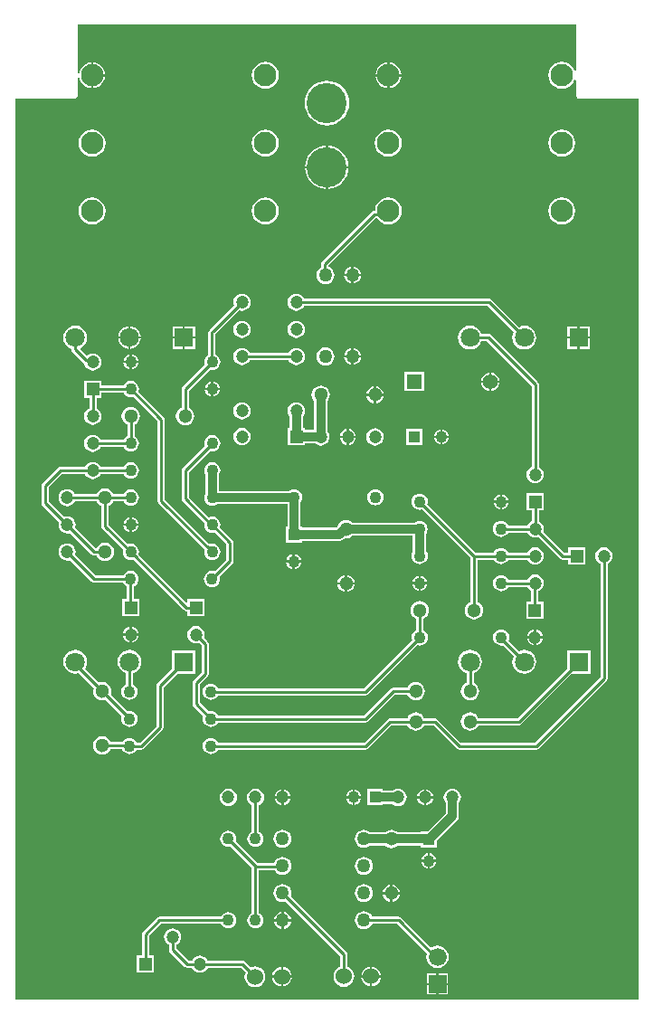
<source format=gbl>
G04*
G04 #@! TF.GenerationSoftware,Altium Limited,Altium Designer,19.0.12 (326)*
G04*
G04 Layer_Physical_Order=2*
G04 Layer_Color=16711680*
%FSLAX25Y25*%
%MOIN*%
G70*
G01*
G75*
%ADD11C,0.01000*%
%ADD36C,0.03200*%
%ADD37C,0.04724*%
%ADD38R,0.04724X0.04724*%
%ADD39C,0.06600*%
%ADD40R,0.06600X0.06600*%
%ADD41C,0.14765*%
%ADD42C,0.04331*%
%ADD43R,0.04331X0.04331*%
%ADD44C,0.05118*%
%ADD45R,0.07087X0.07087*%
%ADD46C,0.07087*%
%ADD47C,0.08268*%
%ADD48R,0.04724X0.04724*%
%ADD49R,0.05512X0.05512*%
%ADD50C,0.05512*%
%ADD51R,0.04331X0.04331*%
%ADD52C,0.06000*%
%ADD53C,0.04725*%
%ADD54C,0.05000*%
%ADD55C,0.03000*%
%ADD56C,0.01500*%
G36*
X207971Y343838D02*
X207471Y343739D01*
X207119Y344588D01*
X206328Y345619D01*
X205297Y346410D01*
X204097Y346907D01*
X202809Y347077D01*
X201521Y346907D01*
X200321Y346410D01*
X199290Y345619D01*
X198499Y344588D01*
X198002Y343388D01*
X197832Y342100D01*
X198002Y340812D01*
X198499Y339612D01*
X199290Y338581D01*
X200321Y337790D01*
X201521Y337293D01*
X202809Y337123D01*
X204097Y337293D01*
X205297Y337790D01*
X206328Y338581D01*
X207119Y339612D01*
X207471Y340461D01*
X207971Y340362D01*
Y335000D01*
X208087Y334415D01*
X208419Y333919D01*
X208915Y333587D01*
X209500Y333471D01*
X230971D01*
Y1529D01*
X1529D01*
Y333471D01*
X23000D01*
X23585Y333587D01*
X24081Y333919D01*
X24413Y334415D01*
X24529Y335000D01*
Y341215D01*
X25029Y341248D01*
X25080Y340864D01*
X25557Y339713D01*
X26316Y338724D01*
X27305Y337965D01*
X28456Y337488D01*
X29292Y337378D01*
Y342100D01*
Y346822D01*
X28456Y346712D01*
X27305Y346235D01*
X26316Y345476D01*
X25557Y344487D01*
X25080Y343336D01*
X25029Y342952D01*
X24529Y342985D01*
Y360971D01*
X207971D01*
Y343838D01*
D02*
G37*
%LPC*%
G36*
X139311Y346822D02*
Y342500D01*
X143633D01*
X143523Y343336D01*
X143046Y344487D01*
X142287Y345476D01*
X141298Y346235D01*
X140147Y346712D01*
X139311Y346822D01*
D02*
G37*
G36*
X30092D02*
Y342500D01*
X34414D01*
X34304Y343336D01*
X33827Y344487D01*
X33068Y345476D01*
X32079Y346235D01*
X30928Y346712D01*
X30092Y346822D01*
D02*
G37*
G36*
X138511D02*
X137675Y346712D01*
X136524Y346235D01*
X135535Y345476D01*
X134776Y344487D01*
X134299Y343336D01*
X134189Y342500D01*
X138511D01*
Y346822D01*
D02*
G37*
G36*
X143633Y341700D02*
X139311D01*
Y337378D01*
X140147Y337488D01*
X141298Y337965D01*
X142287Y338724D01*
X143046Y339713D01*
X143523Y340864D01*
X143633Y341700D01*
D02*
G37*
G36*
X34414D02*
X30092D01*
Y337378D01*
X30928Y337488D01*
X32079Y337965D01*
X33068Y338724D01*
X33827Y339713D01*
X34304Y340864D01*
X34414Y341700D01*
D02*
G37*
G36*
X138511D02*
X134189D01*
X134299Y340864D01*
X134776Y339713D01*
X135535Y338724D01*
X136524Y337965D01*
X137675Y337488D01*
X138511Y337378D01*
Y341700D01*
D02*
G37*
G36*
X93590Y347077D02*
X92302Y346907D01*
X91102Y346410D01*
X90071Y345619D01*
X89280Y344588D01*
X88783Y343388D01*
X88613Y342100D01*
X88783Y340812D01*
X89280Y339612D01*
X90071Y338581D01*
X91102Y337790D01*
X92302Y337293D01*
X93590Y337123D01*
X94878Y337293D01*
X96078Y337790D01*
X97109Y338581D01*
X97900Y339612D01*
X98397Y340812D01*
X98567Y342100D01*
X98397Y343388D01*
X97900Y344588D01*
X97109Y345619D01*
X96078Y346410D01*
X94878Y346907D01*
X93590Y347077D01*
D02*
G37*
G36*
X116250Y340122D02*
X114646Y339964D01*
X113104Y339496D01*
X111682Y338736D01*
X110436Y337714D01*
X109414Y336468D01*
X108654Y335046D01*
X108186Y333504D01*
X108028Y331900D01*
X108186Y330296D01*
X108654Y328754D01*
X109414Y327332D01*
X110436Y326086D01*
X111682Y325064D01*
X113104Y324304D01*
X114646Y323836D01*
X116250Y323678D01*
X117854Y323836D01*
X119396Y324304D01*
X120818Y325064D01*
X122064Y326086D01*
X123086Y327332D01*
X123846Y328754D01*
X124314Y330296D01*
X124472Y331900D01*
X124314Y333504D01*
X123846Y335046D01*
X123086Y336468D01*
X122064Y337714D01*
X120818Y338736D01*
X119396Y339496D01*
X117854Y339964D01*
X116250Y340122D01*
D02*
G37*
G36*
X202809Y322077D02*
X201521Y321907D01*
X200321Y321410D01*
X199290Y320619D01*
X198499Y319588D01*
X198002Y318388D01*
X197832Y317100D01*
X198002Y315812D01*
X198499Y314612D01*
X199290Y313581D01*
X200321Y312790D01*
X201521Y312293D01*
X202809Y312123D01*
X204097Y312293D01*
X205297Y312790D01*
X206328Y313581D01*
X207119Y314612D01*
X207616Y315812D01*
X207786Y317100D01*
X207616Y318388D01*
X207119Y319588D01*
X206328Y320619D01*
X205297Y321410D01*
X204097Y321907D01*
X202809Y322077D01*
D02*
G37*
G36*
X138911D02*
X137623Y321907D01*
X136423Y321410D01*
X135392Y320619D01*
X134601Y319588D01*
X134104Y318388D01*
X133934Y317100D01*
X134104Y315812D01*
X134601Y314612D01*
X135392Y313581D01*
X136423Y312790D01*
X137623Y312293D01*
X138911Y312123D01*
X140199Y312293D01*
X141399Y312790D01*
X142430Y313581D01*
X143221Y314612D01*
X143718Y315812D01*
X143888Y317100D01*
X143718Y318388D01*
X143221Y319588D01*
X142430Y320619D01*
X141399Y321410D01*
X140199Y321907D01*
X138911Y322077D01*
D02*
G37*
G36*
X93590D02*
X92302Y321907D01*
X91102Y321410D01*
X90071Y320619D01*
X89280Y319588D01*
X88783Y318388D01*
X88613Y317100D01*
X88783Y315812D01*
X89280Y314612D01*
X90071Y313581D01*
X91102Y312790D01*
X92302Y312293D01*
X93590Y312123D01*
X94878Y312293D01*
X96078Y312790D01*
X97109Y313581D01*
X97900Y314612D01*
X98397Y315812D01*
X98567Y317100D01*
X98397Y318388D01*
X97900Y319588D01*
X97109Y320619D01*
X96078Y321410D01*
X94878Y321907D01*
X93590Y322077D01*
D02*
G37*
G36*
X29692D02*
X28404Y321907D01*
X27204Y321410D01*
X26173Y320619D01*
X25382Y319588D01*
X24885Y318388D01*
X24715Y317100D01*
X24885Y315812D01*
X25382Y314612D01*
X26173Y313581D01*
X27204Y312790D01*
X28404Y312293D01*
X29692Y312123D01*
X30980Y312293D01*
X32180Y312790D01*
X33211Y313581D01*
X34002Y314612D01*
X34499Y315812D01*
X34669Y317100D01*
X34499Y318388D01*
X34002Y319588D01*
X33211Y320619D01*
X32180Y321410D01*
X30980Y321907D01*
X29692Y322077D01*
D02*
G37*
G36*
X116650Y316260D02*
Y308678D01*
X124232D01*
X124117Y309843D01*
X123660Y311347D01*
X122919Y312734D01*
X121922Y313950D01*
X120706Y314947D01*
X119319Y315688D01*
X117815Y316145D01*
X116650Y316260D01*
D02*
G37*
G36*
X115850D02*
X114685Y316145D01*
X113180Y315688D01*
X111794Y314947D01*
X110578Y313950D01*
X109581Y312734D01*
X108840Y311347D01*
X108383Y309843D01*
X108268Y308678D01*
X115850D01*
Y316260D01*
D02*
G37*
G36*
X124232Y307878D02*
X116650D01*
Y300296D01*
X117815Y300411D01*
X119319Y300868D01*
X120706Y301609D01*
X121922Y302606D01*
X122919Y303822D01*
X123660Y305209D01*
X124117Y306713D01*
X124232Y307878D01*
D02*
G37*
G36*
X115850D02*
X108268D01*
X108383Y306713D01*
X108840Y305209D01*
X109581Y303822D01*
X110578Y302606D01*
X111794Y301609D01*
X113180Y300868D01*
X114685Y300411D01*
X115850Y300296D01*
Y307878D01*
D02*
G37*
G36*
X202809Y297077D02*
X201521Y296907D01*
X200321Y296410D01*
X199290Y295619D01*
X198499Y294588D01*
X198002Y293388D01*
X197832Y292100D01*
X198002Y290812D01*
X198499Y289612D01*
X199290Y288581D01*
X200321Y287790D01*
X201521Y287293D01*
X202809Y287123D01*
X204097Y287293D01*
X205297Y287790D01*
X206328Y288581D01*
X207119Y289612D01*
X207616Y290812D01*
X207786Y292100D01*
X207616Y293388D01*
X207119Y294588D01*
X206328Y295619D01*
X205297Y296410D01*
X204097Y296907D01*
X202809Y297077D01*
D02*
G37*
G36*
X138911D02*
X137623Y296907D01*
X136423Y296410D01*
X135392Y295619D01*
X134601Y294588D01*
X134104Y293388D01*
X133964Y292325D01*
X133858D01*
X133351Y292225D01*
X132921Y291937D01*
X114563Y273579D01*
X114275Y273149D01*
X114174Y272642D01*
Y271451D01*
X114010Y271382D01*
X113321Y270854D01*
X112792Y270164D01*
X112460Y269361D01*
X112346Y268500D01*
X112460Y267638D01*
X112792Y266836D01*
X113321Y266146D01*
X114010Y265617D01*
X114813Y265285D01*
X115674Y265172D01*
X116536Y265285D01*
X117339Y265617D01*
X118028Y266146D01*
X118557Y266836D01*
X118890Y267638D01*
X119003Y268500D01*
X118890Y269361D01*
X118557Y270164D01*
X118028Y270854D01*
X117339Y271382D01*
X116825Y271595D01*
Y272093D01*
X134146Y289413D01*
X134195Y289435D01*
X134783Y289375D01*
X135392Y288581D01*
X136423Y287790D01*
X137623Y287293D01*
X138911Y287123D01*
X140199Y287293D01*
X141399Y287790D01*
X142430Y288581D01*
X143221Y289612D01*
X143718Y290812D01*
X143888Y292100D01*
X143718Y293388D01*
X143221Y294588D01*
X142430Y295619D01*
X141399Y296410D01*
X140199Y296907D01*
X138911Y297077D01*
D02*
G37*
G36*
X93590D02*
X92302Y296907D01*
X91102Y296410D01*
X90071Y295619D01*
X89280Y294588D01*
X88783Y293388D01*
X88613Y292100D01*
X88783Y290812D01*
X89280Y289612D01*
X90071Y288581D01*
X91102Y287790D01*
X92302Y287293D01*
X93590Y287123D01*
X94878Y287293D01*
X96078Y287790D01*
X97109Y288581D01*
X97900Y289612D01*
X98397Y290812D01*
X98567Y292100D01*
X98397Y293388D01*
X97900Y294588D01*
X97109Y295619D01*
X96078Y296410D01*
X94878Y296907D01*
X93590Y297077D01*
D02*
G37*
G36*
X29692D02*
X28404Y296907D01*
X27204Y296410D01*
X26173Y295619D01*
X25382Y294588D01*
X24885Y293388D01*
X24715Y292100D01*
X24885Y290812D01*
X25382Y289612D01*
X26173Y288581D01*
X27204Y287790D01*
X28404Y287293D01*
X29692Y287123D01*
X30980Y287293D01*
X32180Y287790D01*
X33211Y288581D01*
X34002Y289612D01*
X34499Y290812D01*
X34669Y292100D01*
X34499Y293388D01*
X34002Y294588D01*
X33211Y295619D01*
X32180Y296410D01*
X30980Y296907D01*
X29692Y297077D01*
D02*
G37*
G36*
X126075Y271574D02*
Y268900D01*
X128749D01*
X128695Y269309D01*
X128382Y270063D01*
X127885Y270711D01*
X127238Y271208D01*
X126484Y271520D01*
X126075Y271574D01*
D02*
G37*
G36*
X125275D02*
X124865Y271520D01*
X124111Y271208D01*
X123464Y270711D01*
X122967Y270063D01*
X122654Y269309D01*
X122600Y268900D01*
X125275D01*
Y271574D01*
D02*
G37*
G36*
X128749Y268100D02*
X126075D01*
Y265426D01*
X126484Y265480D01*
X127238Y265792D01*
X127885Y266289D01*
X128382Y266937D01*
X128695Y267691D01*
X128749Y268100D01*
D02*
G37*
G36*
X125275D02*
X122600D01*
X122654Y267691D01*
X122967Y266937D01*
X123464Y266289D01*
X124111Y265792D01*
X124865Y265480D01*
X125275Y265426D01*
Y268100D01*
D02*
G37*
G36*
X85000Y261690D02*
X84174Y261581D01*
X83405Y261262D01*
X82744Y260755D01*
X82238Y260095D01*
X81919Y259326D01*
X81810Y258500D01*
X81919Y257674D01*
X82030Y257405D01*
X73591Y248966D01*
X73549Y248937D01*
X72963Y248352D01*
X72675Y247921D01*
X72575Y247414D01*
Y239119D01*
X72505Y239090D01*
X71885Y238615D01*
X71410Y237996D01*
X71111Y237274D01*
X71009Y236500D01*
X71111Y235726D01*
X71181Y235556D01*
X63063Y227437D01*
X62775Y227007D01*
X62674Y226500D01*
Y219587D01*
X62306Y219434D01*
X61604Y218896D01*
X61066Y218194D01*
X60728Y217377D01*
X60612Y216500D01*
X60728Y215623D01*
X61066Y214806D01*
X61604Y214104D01*
X62306Y213566D01*
X63123Y213228D01*
X64000Y213112D01*
X64877Y213228D01*
X65694Y213566D01*
X66396Y214104D01*
X66934Y214806D01*
X67273Y215623D01*
X67388Y216500D01*
X67273Y217377D01*
X66934Y218194D01*
X66396Y218896D01*
X65694Y219434D01*
X65325Y219587D01*
Y225951D01*
X73056Y233681D01*
X73226Y233611D01*
X74000Y233509D01*
X74774Y233611D01*
X75495Y233910D01*
X76115Y234385D01*
X76590Y235004D01*
X76889Y235726D01*
X76991Y236500D01*
X76889Y237274D01*
X76590Y237996D01*
X76115Y238615D01*
X75495Y239090D01*
X75226Y239202D01*
Y246865D01*
X75394Y247034D01*
X75437Y247063D01*
X83905Y255531D01*
X84174Y255419D01*
X85000Y255310D01*
X85826Y255419D01*
X86595Y255738D01*
X87256Y256244D01*
X87762Y256905D01*
X88081Y257674D01*
X88190Y258500D01*
X88081Y259326D01*
X87762Y260095D01*
X87256Y260755D01*
X86595Y261262D01*
X85826Y261581D01*
X85000Y261690D01*
D02*
G37*
G36*
X213143Y249643D02*
X209400D01*
Y245900D01*
X213143D01*
Y249643D01*
D02*
G37*
G36*
X208600D02*
X204856D01*
Y245900D01*
X208600D01*
Y249643D01*
D02*
G37*
G36*
X67643D02*
X63900D01*
Y245900D01*
X67643D01*
Y249643D01*
D02*
G37*
G36*
X63100D02*
X59356D01*
Y245900D01*
X63100D01*
Y249643D01*
D02*
G37*
G36*
X43900Y249627D02*
Y245900D01*
X47627D01*
X47537Y246582D01*
X47119Y247590D01*
X46455Y248455D01*
X45590Y249119D01*
X44582Y249537D01*
X43900Y249627D01*
D02*
G37*
G36*
X43100D02*
X42418Y249537D01*
X41410Y249119D01*
X40545Y248455D01*
X39881Y247590D01*
X39463Y246582D01*
X39373Y245900D01*
X43100D01*
Y249627D01*
D02*
G37*
G36*
X105000Y251690D02*
X104174Y251581D01*
X103405Y251262D01*
X102744Y250756D01*
X102238Y250095D01*
X101919Y249326D01*
X101810Y248500D01*
X101919Y247674D01*
X102238Y246905D01*
X102744Y246245D01*
X103405Y245738D01*
X104174Y245419D01*
X105000Y245310D01*
X105826Y245419D01*
X106595Y245738D01*
X107255Y246245D01*
X107762Y246905D01*
X108081Y247674D01*
X108190Y248500D01*
X108081Y249326D01*
X107762Y250095D01*
X107255Y250756D01*
X106595Y251262D01*
X105826Y251581D01*
X105000Y251690D01*
D02*
G37*
G36*
X85000D02*
X84174Y251581D01*
X83405Y251262D01*
X82744Y250756D01*
X82238Y250095D01*
X81919Y249326D01*
X81810Y248500D01*
X81919Y247674D01*
X82238Y246905D01*
X82744Y246245D01*
X83405Y245738D01*
X84174Y245419D01*
X85000Y245310D01*
X85826Y245419D01*
X86595Y245738D01*
X87256Y246245D01*
X87762Y246905D01*
X88081Y247674D01*
X88190Y248500D01*
X88081Y249326D01*
X87762Y250095D01*
X87256Y250756D01*
X86595Y251262D01*
X85826Y251581D01*
X85000Y251690D01*
D02*
G37*
G36*
X47627Y245100D02*
X43900D01*
Y241373D01*
X44582Y241463D01*
X45590Y241881D01*
X46455Y242545D01*
X47119Y243410D01*
X47537Y244418D01*
X47627Y245100D01*
D02*
G37*
G36*
X43100D02*
X39373D01*
X39463Y244418D01*
X39881Y243410D01*
X40545Y242545D01*
X41410Y241881D01*
X42418Y241463D01*
X43100Y241373D01*
Y245100D01*
D02*
G37*
G36*
X213143D02*
X209400D01*
Y241356D01*
X213143D01*
Y245100D01*
D02*
G37*
G36*
X208600D02*
X204856D01*
Y241356D01*
X208600D01*
Y245100D01*
D02*
G37*
G36*
X67643D02*
X63900D01*
Y241356D01*
X67643D01*
Y245100D01*
D02*
G37*
G36*
X63100D02*
X59356D01*
Y241356D01*
X63100D01*
Y245100D01*
D02*
G37*
G36*
X105000Y261690D02*
X104174Y261581D01*
X103405Y261262D01*
X102744Y260755D01*
X102238Y260095D01*
X101919Y259326D01*
X101810Y258500D01*
X101919Y257674D01*
X102238Y256905D01*
X102744Y256244D01*
X103405Y255738D01*
X104174Y255419D01*
X105000Y255310D01*
X105826Y255419D01*
X106595Y255738D01*
X107255Y256244D01*
X107762Y256905D01*
X107874Y257174D01*
X175451D01*
X185127Y247499D01*
X184768Y246634D01*
X184619Y245500D01*
X184768Y244366D01*
X185206Y243309D01*
X185902Y242402D01*
X186810Y241706D01*
X187866Y241268D01*
X189000Y241119D01*
X190134Y241268D01*
X191191Y241706D01*
X192098Y242402D01*
X192794Y243309D01*
X193232Y244366D01*
X193381Y245500D01*
X193232Y246634D01*
X192794Y247691D01*
X192098Y248598D01*
X191191Y249294D01*
X190134Y249732D01*
X189000Y249881D01*
X187866Y249732D01*
X187001Y249373D01*
X176937Y259437D01*
X176507Y259725D01*
X176000Y259825D01*
X107874D01*
X107762Y260095D01*
X107255Y260755D01*
X106595Y261262D01*
X105826Y261581D01*
X105000Y261690D01*
D02*
G37*
G36*
Y241690D02*
X104174Y241581D01*
X103405Y241262D01*
X102744Y240756D01*
X102238Y240095D01*
X102126Y239826D01*
X87874D01*
X87762Y240095D01*
X87256Y240756D01*
X86595Y241262D01*
X85826Y241581D01*
X85000Y241690D01*
X84174Y241581D01*
X83405Y241262D01*
X82744Y240756D01*
X82238Y240095D01*
X81919Y239326D01*
X81810Y238500D01*
X81919Y237674D01*
X82238Y236905D01*
X82744Y236245D01*
X83405Y235738D01*
X84174Y235419D01*
X85000Y235310D01*
X85826Y235419D01*
X86595Y235738D01*
X87256Y236245D01*
X87762Y236905D01*
X87874Y237175D01*
X102126D01*
X102238Y236905D01*
X102744Y236245D01*
X103405Y235738D01*
X104174Y235419D01*
X105000Y235310D01*
X105826Y235419D01*
X106595Y235738D01*
X107255Y236245D01*
X107762Y236905D01*
X108081Y237674D01*
X108190Y238500D01*
X108081Y239326D01*
X107762Y240095D01*
X107255Y240756D01*
X106595Y241262D01*
X105826Y241581D01*
X105000Y241690D01*
D02*
G37*
G36*
X126075Y241574D02*
Y238900D01*
X128749D01*
X128695Y239309D01*
X128382Y240063D01*
X127885Y240711D01*
X127238Y241208D01*
X126484Y241520D01*
X126075Y241574D01*
D02*
G37*
G36*
X125275D02*
X124865Y241520D01*
X124111Y241208D01*
X123464Y240711D01*
X122967Y240063D01*
X122654Y239309D01*
X122600Y238900D01*
X125275D01*
Y241574D01*
D02*
G37*
G36*
X44400Y239237D02*
Y236900D01*
X46737D01*
X46694Y237222D01*
X46416Y237895D01*
X45972Y238472D01*
X45395Y238916D01*
X44722Y239194D01*
X44400Y239237D01*
D02*
G37*
G36*
X43600D02*
X43278Y239194D01*
X42605Y238916D01*
X42028Y238472D01*
X41584Y237895D01*
X41306Y237222D01*
X41263Y236900D01*
X43600D01*
Y239237D01*
D02*
G37*
G36*
X128749Y238100D02*
X126075D01*
Y235426D01*
X126484Y235480D01*
X127238Y235792D01*
X127885Y236289D01*
X128382Y236937D01*
X128695Y237691D01*
X128749Y238100D01*
D02*
G37*
G36*
X125275D02*
X122600D01*
X122654Y237691D01*
X122967Y236937D01*
X123464Y236289D01*
X124111Y235792D01*
X124865Y235480D01*
X125275Y235426D01*
Y238100D01*
D02*
G37*
G36*
X115674Y241828D02*
X114813Y241715D01*
X114010Y241383D01*
X113321Y240854D01*
X112792Y240164D01*
X112460Y239362D01*
X112346Y238500D01*
X112460Y237638D01*
X112792Y236836D01*
X113321Y236146D01*
X114010Y235617D01*
X114813Y235285D01*
X115674Y235172D01*
X116536Y235285D01*
X117339Y235617D01*
X118028Y236146D01*
X118557Y236836D01*
X118890Y237638D01*
X119003Y238500D01*
X118890Y239362D01*
X118557Y240164D01*
X118028Y240854D01*
X117339Y241383D01*
X116536Y241715D01*
X115674Y241828D01*
D02*
G37*
G36*
X46737Y236100D02*
X44400D01*
Y233763D01*
X44722Y233806D01*
X45395Y234084D01*
X45972Y234528D01*
X46416Y235105D01*
X46694Y235778D01*
X46737Y236100D01*
D02*
G37*
G36*
X43600D02*
X41263D01*
X41306Y235778D01*
X41584Y235105D01*
X42028Y234528D01*
X42605Y234084D01*
X43278Y233806D01*
X43600Y233763D01*
Y236100D01*
D02*
G37*
G36*
X23500Y249881D02*
X22366Y249732D01*
X21309Y249294D01*
X20402Y248598D01*
X19706Y247691D01*
X19268Y246634D01*
X19119Y245500D01*
X19268Y244366D01*
X19706Y243309D01*
X20402Y242402D01*
X21309Y241706D01*
X22174Y241348D01*
Y241119D01*
X22275Y240612D01*
X22563Y240182D01*
X26469Y236275D01*
X26876Y236003D01*
X26919Y235675D01*
X27238Y234905D01*
X27745Y234245D01*
X28405Y233738D01*
X29175Y233419D01*
X30000Y233311D01*
X30825Y233419D01*
X31595Y233738D01*
X32255Y234245D01*
X32762Y234905D01*
X33081Y235675D01*
X33189Y236500D01*
X33081Y237326D01*
X32762Y238095D01*
X32255Y238755D01*
X31595Y239262D01*
X30825Y239581D01*
X30000Y239689D01*
X29175Y239581D01*
X28405Y239262D01*
X27745Y238755D01*
X27739Y238755D01*
X25370Y241123D01*
X25468Y241614D01*
X25690Y241706D01*
X26598Y242402D01*
X27294Y243309D01*
X27732Y244366D01*
X27881Y245500D01*
X27732Y246634D01*
X27294Y247691D01*
X26598Y248598D01*
X25690Y249294D01*
X24634Y249732D01*
X23500Y249881D01*
D02*
G37*
G36*
X176900Y232617D02*
Y229685D01*
X179832D01*
X179770Y230161D01*
X179431Y230977D01*
X178893Y231678D01*
X178192Y232216D01*
X177376Y232555D01*
X176900Y232617D01*
D02*
G37*
G36*
X176100D02*
X175624Y232555D01*
X174808Y232216D01*
X174107Y231678D01*
X173568Y230977D01*
X173230Y230161D01*
X173168Y229685D01*
X176100D01*
Y232617D01*
D02*
G37*
G36*
X74400Y229237D02*
Y226900D01*
X76737D01*
X76694Y227222D01*
X76416Y227895D01*
X75972Y228472D01*
X75395Y228916D01*
X74722Y229194D01*
X74400Y229237D01*
D02*
G37*
G36*
X73600D02*
X73278Y229194D01*
X72605Y228916D01*
X72028Y228472D01*
X71584Y227895D01*
X71306Y227222D01*
X71263Y226900D01*
X73600D01*
Y229237D01*
D02*
G37*
G36*
X179832Y228885D02*
X176900D01*
Y225953D01*
X177376Y226015D01*
X178192Y226353D01*
X178893Y226891D01*
X179431Y227592D01*
X179770Y228409D01*
X179832Y228885D01*
D02*
G37*
G36*
X176100D02*
X173168D01*
X173230Y228409D01*
X173568Y227592D01*
X174107Y226891D01*
X174808Y226353D01*
X175624Y226015D01*
X176100Y225953D01*
Y228885D01*
D02*
G37*
G36*
X152056Y232841D02*
X144944D01*
Y225729D01*
X152056D01*
Y232841D01*
D02*
G37*
G36*
X134411Y227534D02*
Y224800D01*
X137145D01*
X137089Y225225D01*
X136770Y225993D01*
X136264Y226653D01*
X135604Y227159D01*
X134836Y227478D01*
X134411Y227534D01*
D02*
G37*
G36*
X133611D02*
X133186Y227478D01*
X132418Y227159D01*
X131758Y226653D01*
X131252Y225993D01*
X130933Y225225D01*
X130877Y224800D01*
X133611D01*
Y227534D01*
D02*
G37*
G36*
X76737Y226100D02*
X74400D01*
Y223763D01*
X74722Y223806D01*
X75395Y224084D01*
X75972Y224528D01*
X76416Y225105D01*
X76694Y225778D01*
X76737Y226100D01*
D02*
G37*
G36*
X73600D02*
X71263D01*
X71306Y225778D01*
X71584Y225105D01*
X72028Y224528D01*
X72605Y224084D01*
X73278Y223806D01*
X73600Y223763D01*
Y226100D01*
D02*
G37*
G36*
X137145Y224000D02*
X134411D01*
Y221266D01*
X134836Y221322D01*
X135604Y221641D01*
X136264Y222147D01*
X136770Y222807D01*
X137089Y223575D01*
X137145Y224000D01*
D02*
G37*
G36*
X133611D02*
X130877D01*
X130933Y223575D01*
X131252Y222807D01*
X131758Y222147D01*
X132418Y221641D01*
X133186Y221322D01*
X133611Y221266D01*
Y224000D01*
D02*
G37*
G36*
X85000Y221690D02*
X84174Y221581D01*
X83405Y221262D01*
X82744Y220756D01*
X82238Y220095D01*
X81919Y219326D01*
X81810Y218500D01*
X81919Y217674D01*
X82238Y216905D01*
X82744Y216245D01*
X83405Y215738D01*
X84174Y215419D01*
X85000Y215310D01*
X85826Y215419D01*
X86595Y215738D01*
X87256Y216245D01*
X87762Y216905D01*
X88081Y217674D01*
X88190Y218500D01*
X88081Y219326D01*
X87762Y220095D01*
X87256Y220756D01*
X86595Y221262D01*
X85826Y221581D01*
X85000Y221690D01*
D02*
G37*
G36*
X114011Y227788D02*
X113134Y227673D01*
X112317Y227334D01*
X111615Y226796D01*
X111077Y226094D01*
X110738Y225277D01*
X110623Y224400D01*
X110738Y223523D01*
X111077Y222706D01*
X111542Y222099D01*
Y211447D01*
X108162D01*
Y212162D01*
X107447D01*
Y216494D01*
X107762Y216905D01*
X108081Y217674D01*
X108190Y218500D01*
X108081Y219326D01*
X107762Y220095D01*
X107255Y220756D01*
X106595Y221262D01*
X105826Y221581D01*
X105000Y221690D01*
X104174Y221581D01*
X103405Y221262D01*
X102744Y220756D01*
X102238Y220095D01*
X101919Y219326D01*
X101810Y218500D01*
X101919Y217674D01*
X102238Y216905D01*
X102553Y216494D01*
Y212162D01*
X101838D01*
Y205838D01*
X108162D01*
Y206553D01*
X111848D01*
X112395Y206134D01*
X113164Y205815D01*
X113989Y205706D01*
X114815Y205815D01*
X115584Y206134D01*
X116244Y206641D01*
X116751Y207301D01*
X117070Y208070D01*
X117179Y208896D01*
X117070Y209721D01*
X116751Y210490D01*
X116436Y210901D01*
Y222043D01*
X116945Y222706D01*
X117283Y223523D01*
X117399Y224400D01*
X117283Y225277D01*
X116945Y226094D01*
X116407Y226796D01*
X115705Y227334D01*
X114888Y227673D01*
X114011Y227788D01*
D02*
G37*
G36*
X124389Y211831D02*
Y209296D01*
X126924D01*
X126875Y209669D01*
X126577Y210389D01*
X126102Y211008D01*
X125483Y211483D01*
X124762Y211781D01*
X124389Y211831D01*
D02*
G37*
G36*
X123589D02*
X123216Y211781D01*
X122495Y211483D01*
X121877Y211008D01*
X121402Y210389D01*
X121104Y209669D01*
X121054Y209296D01*
X123589D01*
Y211831D01*
D02*
G37*
G36*
X158900Y211611D02*
Y209275D01*
X161237D01*
X161194Y209596D01*
X160916Y210269D01*
X160472Y210847D01*
X159895Y211290D01*
X159222Y211569D01*
X158900Y211611D01*
D02*
G37*
G36*
X158100D02*
X157778Y211569D01*
X157105Y211290D01*
X156528Y210847D01*
X156084Y210269D01*
X155806Y209596D01*
X155763Y209275D01*
X158100D01*
Y211611D01*
D02*
G37*
G36*
X44000Y219888D02*
X43123Y219773D01*
X42306Y219434D01*
X41604Y218896D01*
X41066Y218194D01*
X40727Y217377D01*
X40612Y216500D01*
X40727Y215623D01*
X41066Y214806D01*
X41604Y214104D01*
X42306Y213566D01*
X42674Y213413D01*
Y209182D01*
X42505Y209111D01*
X41885Y208636D01*
X41410Y208016D01*
X41331Y207825D01*
X32873D01*
X32762Y208095D01*
X32255Y208755D01*
X31595Y209262D01*
X30825Y209581D01*
X30000Y209689D01*
X29175Y209581D01*
X28405Y209262D01*
X27745Y208755D01*
X27238Y208095D01*
X26919Y207326D01*
X26811Y206500D01*
X26919Y205675D01*
X27238Y204905D01*
X27745Y204245D01*
X28405Y203738D01*
X29175Y203419D01*
X30000Y203311D01*
X30825Y203419D01*
X31595Y203738D01*
X32255Y204245D01*
X32762Y204905D01*
X32873Y205174D01*
X41348D01*
X41410Y205026D01*
X41885Y204406D01*
X42505Y203931D01*
X43226Y203632D01*
X44000Y203530D01*
X44774Y203632D01*
X45496Y203931D01*
X46115Y204406D01*
X46590Y205026D01*
X46889Y205747D01*
X46991Y206521D01*
X46889Y207295D01*
X46590Y208016D01*
X46115Y208636D01*
X45496Y209111D01*
X45325Y209182D01*
Y213413D01*
X45694Y213566D01*
X46396Y214104D01*
X46934Y214806D01*
X47273Y215623D01*
X47388Y216500D01*
X47273Y217377D01*
X46934Y218194D01*
X46396Y218896D01*
X45694Y219434D01*
X44877Y219773D01*
X44000Y219888D01*
D02*
G37*
G36*
X161237Y208474D02*
X158900D01*
Y206138D01*
X159222Y206180D01*
X159895Y206459D01*
X160472Y206902D01*
X160916Y207480D01*
X161194Y208153D01*
X161237Y208474D01*
D02*
G37*
G36*
X158100D02*
X155763D01*
X155806Y208153D01*
X156084Y207480D01*
X156528Y206902D01*
X157105Y206459D01*
X157778Y206180D01*
X158100Y206138D01*
Y208474D01*
D02*
G37*
G36*
X126924Y208496D02*
X124389D01*
Y205961D01*
X124762Y206010D01*
X125483Y206308D01*
X126102Y206783D01*
X126577Y207402D01*
X126875Y208122D01*
X126924Y208496D01*
D02*
G37*
G36*
X123589D02*
X121054D01*
X121104Y208122D01*
X121402Y207402D01*
X121877Y206783D01*
X122495Y206308D01*
X123216Y206010D01*
X123589Y205961D01*
Y208496D01*
D02*
G37*
G36*
X151465Y211840D02*
X145535D01*
Y205909D01*
X151465D01*
Y211840D01*
D02*
G37*
G36*
X85000Y212189D02*
X84175Y212081D01*
X83405Y211762D01*
X82745Y211255D01*
X82238Y210595D01*
X81919Y209825D01*
X81811Y209000D01*
X81919Y208174D01*
X82238Y207405D01*
X82745Y206745D01*
X83405Y206238D01*
X84175Y205919D01*
X85000Y205811D01*
X85826Y205919D01*
X86595Y206238D01*
X87255Y206745D01*
X87762Y207405D01*
X88081Y208174D01*
X88189Y209000D01*
X88081Y209825D01*
X87762Y210595D01*
X87255Y211255D01*
X86595Y211762D01*
X85826Y212081D01*
X85000Y212189D01*
D02*
G37*
G36*
X133989Y212085D02*
X133164Y211976D01*
X132395Y211658D01*
X131734Y211151D01*
X131227Y210490D01*
X130909Y209721D01*
X130800Y208896D01*
X130909Y208070D01*
X131227Y207301D01*
X131734Y206641D01*
X132395Y206134D01*
X133164Y205815D01*
X133989Y205706D01*
X134815Y205815D01*
X135584Y206134D01*
X136244Y206641D01*
X136751Y207301D01*
X137070Y208070D01*
X137179Y208896D01*
X137070Y209721D01*
X136751Y210490D01*
X136244Y211151D01*
X135584Y211658D01*
X134815Y211976D01*
X133989Y212085D01*
D02*
G37*
G36*
X74000Y209512D02*
X73226Y209410D01*
X72505Y209111D01*
X71885Y208636D01*
X71410Y208016D01*
X71111Y207295D01*
X71009Y206521D01*
X71111Y205747D01*
X71181Y205577D01*
X63063Y197458D01*
X62775Y197028D01*
X62674Y196521D01*
Y186112D01*
X62775Y185605D01*
X63063Y185175D01*
X71094Y177144D01*
X71009Y176500D01*
X71111Y175726D01*
X71410Y175004D01*
X71885Y174385D01*
X72505Y173910D01*
X73226Y173611D01*
X74000Y173509D01*
X74774Y173611D01*
X74944Y173681D01*
X79183Y169442D01*
Y163658D01*
X74844Y159319D01*
X74674Y159389D01*
X73900Y159491D01*
X73126Y159389D01*
X72404Y159090D01*
X71785Y158615D01*
X71310Y157995D01*
X71011Y157274D01*
X70909Y156500D01*
X71011Y155726D01*
X71310Y155005D01*
X71785Y154385D01*
X72404Y153910D01*
X73126Y153611D01*
X73900Y153509D01*
X74674Y153611D01*
X75396Y153910D01*
X76015Y154385D01*
X76490Y155005D01*
X76789Y155726D01*
X76891Y156500D01*
X76789Y157274D01*
X76719Y157444D01*
X81446Y162172D01*
X81734Y162602D01*
X81834Y163109D01*
Y169991D01*
X81734Y170498D01*
X81446Y170928D01*
X76819Y175556D01*
X76889Y175726D01*
X76991Y176500D01*
X76889Y177274D01*
X76590Y177996D01*
X76115Y178615D01*
X75495Y179090D01*
X74774Y179389D01*
X74000Y179491D01*
X73226Y179389D01*
X72781Y179205D01*
X65325Y186661D01*
Y195972D01*
X73056Y203702D01*
X73226Y203632D01*
X74000Y203530D01*
X74774Y203632D01*
X75495Y203931D01*
X76115Y204406D01*
X76590Y205026D01*
X76889Y205747D01*
X76991Y206521D01*
X76889Y207295D01*
X76590Y208016D01*
X76115Y208636D01*
X75495Y209111D01*
X74774Y209410D01*
X74000Y209512D01*
D02*
G37*
G36*
X30000Y199689D02*
X29175Y199581D01*
X28405Y199262D01*
X27745Y198755D01*
X27238Y198095D01*
X27127Y197826D01*
X18000D01*
X17493Y197725D01*
X17063Y197437D01*
X11563Y191937D01*
X11275Y191507D01*
X11174Y191000D01*
Y184500D01*
X11275Y183993D01*
X11563Y183563D01*
X17531Y177595D01*
X17419Y177325D01*
X17311Y176500D01*
X17419Y175674D01*
X17738Y174905D01*
X18245Y174245D01*
X18905Y173738D01*
X19674Y173419D01*
X20500Y173311D01*
X21326Y173419D01*
X21595Y173531D01*
X29563Y165563D01*
X29993Y165275D01*
X30500Y165174D01*
X31413D01*
X31566Y164806D01*
X32104Y164104D01*
X32806Y163566D01*
X33623Y163227D01*
X34500Y163112D01*
X35377Y163227D01*
X36194Y163566D01*
X36896Y164104D01*
X37434Y164806D01*
X37773Y165623D01*
X37888Y166500D01*
X37773Y167377D01*
X37434Y168194D01*
X36896Y168896D01*
X36194Y169434D01*
X35377Y169773D01*
X34500Y169888D01*
X33623Y169773D01*
X32806Y169434D01*
X32104Y168896D01*
X31566Y168194D01*
X31481Y167989D01*
X30951Y167923D01*
X23469Y175405D01*
X23581Y175674D01*
X23689Y176500D01*
X23581Y177325D01*
X23262Y178095D01*
X22755Y178755D01*
X22095Y179262D01*
X21326Y179581D01*
X20500Y179689D01*
X19674Y179581D01*
X19405Y179469D01*
X13826Y185049D01*
Y190451D01*
X18549Y195175D01*
X27127D01*
X27238Y194905D01*
X27745Y194245D01*
X28405Y193738D01*
X29175Y193419D01*
X30000Y193311D01*
X30825Y193419D01*
X31595Y193738D01*
X32255Y194245D01*
X32762Y194905D01*
X32873Y195175D01*
X41339D01*
X41410Y195004D01*
X41885Y194385D01*
X42505Y193910D01*
X43226Y193611D01*
X44000Y193509D01*
X44774Y193611D01*
X45496Y193910D01*
X46115Y194385D01*
X46590Y195004D01*
X46889Y195726D01*
X46991Y196500D01*
X46889Y197274D01*
X46590Y197995D01*
X46115Y198615D01*
X45496Y199090D01*
X44774Y199389D01*
X44000Y199491D01*
X43226Y199389D01*
X42505Y199090D01*
X41885Y198615D01*
X41410Y197995D01*
X41339Y197826D01*
X32873D01*
X32762Y198095D01*
X32255Y198755D01*
X31595Y199262D01*
X30825Y199581D01*
X30000Y199689D01*
D02*
G37*
G36*
X169000Y249881D02*
X167866Y249732D01*
X166809Y249294D01*
X165902Y248598D01*
X165206Y247691D01*
X164768Y246634D01*
X164619Y245500D01*
X164768Y244366D01*
X165206Y243309D01*
X165902Y242402D01*
X166809Y241706D01*
X167866Y241268D01*
X169000Y241119D01*
X170134Y241268D01*
X171191Y241706D01*
X172098Y242402D01*
X172794Y243309D01*
X173152Y244175D01*
X175189D01*
X191674Y227689D01*
Y197873D01*
X191405Y197762D01*
X190745Y197255D01*
X190238Y196595D01*
X189919Y195826D01*
X189811Y195000D01*
X189919Y194175D01*
X190238Y193405D01*
X190745Y192745D01*
X191405Y192238D01*
X192174Y191919D01*
X193000Y191811D01*
X193825Y191919D01*
X194595Y192238D01*
X195255Y192745D01*
X195762Y193405D01*
X196081Y194175D01*
X196189Y195000D01*
X196081Y195826D01*
X195762Y196595D01*
X195255Y197255D01*
X194595Y197762D01*
X194325Y197873D01*
Y228238D01*
X194225Y228745D01*
X193937Y229175D01*
X176675Y246437D01*
X176245Y246725D01*
X175738Y246826D01*
X173152D01*
X172794Y247691D01*
X172098Y248598D01*
X171191Y249294D01*
X170134Y249732D01*
X169000Y249881D01*
D02*
G37*
G36*
X34500Y189888D02*
X33623Y189772D01*
X32806Y189434D01*
X32104Y188896D01*
X31566Y188194D01*
X31413Y187826D01*
X23373D01*
X23262Y188095D01*
X22755Y188755D01*
X22095Y189262D01*
X21326Y189581D01*
X20500Y189689D01*
X19674Y189581D01*
X18905Y189262D01*
X18245Y188755D01*
X17738Y188095D01*
X17419Y187326D01*
X17311Y186500D01*
X17419Y185675D01*
X17738Y184905D01*
X18245Y184245D01*
X18905Y183738D01*
X19674Y183419D01*
X20500Y183311D01*
X21326Y183419D01*
X22095Y183738D01*
X22755Y184245D01*
X23262Y184905D01*
X23373Y185175D01*
X31413D01*
X31566Y184806D01*
X32104Y184104D01*
X32806Y183566D01*
X33174Y183413D01*
Y176000D01*
X33275Y175493D01*
X33563Y175063D01*
X41181Y167444D01*
X41111Y167274D01*
X41009Y166500D01*
X41111Y165726D01*
X41410Y165005D01*
X41885Y164385D01*
X42505Y163910D01*
X43226Y163611D01*
X44000Y163509D01*
X44774Y163611D01*
X44944Y163681D01*
X63563Y145063D01*
X63993Y144775D01*
X64500Y144675D01*
X64838D01*
Y142838D01*
X71162D01*
Y149162D01*
X64838D01*
Y148190D01*
X64376Y147998D01*
X46819Y165556D01*
X46889Y165726D01*
X46991Y166500D01*
X46889Y167274D01*
X46590Y167996D01*
X46115Y168615D01*
X45496Y169090D01*
X44774Y169389D01*
X44000Y169491D01*
X43226Y169389D01*
X43056Y169319D01*
X35825Y176549D01*
Y183413D01*
X36194Y183566D01*
X36896Y184104D01*
X37434Y184806D01*
X37587Y185175D01*
X41339D01*
X41410Y185004D01*
X41885Y184385D01*
X42505Y183910D01*
X43226Y183611D01*
X44000Y183509D01*
X44774Y183611D01*
X45496Y183910D01*
X46115Y184385D01*
X46590Y185004D01*
X46889Y185726D01*
X46991Y186500D01*
X46889Y187274D01*
X46590Y187996D01*
X46115Y188615D01*
X45496Y189090D01*
X44774Y189389D01*
X44000Y189491D01*
X43226Y189389D01*
X42505Y189090D01*
X41885Y188615D01*
X41410Y187996D01*
X41339Y187826D01*
X37587D01*
X37434Y188194D01*
X36896Y188896D01*
X36194Y189434D01*
X35377Y189772D01*
X34500Y189888D01*
D02*
G37*
G36*
X180802Y187737D02*
Y185400D01*
X183139D01*
X183096Y185722D01*
X182818Y186395D01*
X182374Y186972D01*
X181797Y187416D01*
X181124Y187694D01*
X180802Y187737D01*
D02*
G37*
G36*
X180002D02*
X179680Y187694D01*
X179007Y187416D01*
X178430Y186972D01*
X177986Y186395D01*
X177708Y185722D01*
X177665Y185400D01*
X180002D01*
Y187737D01*
D02*
G37*
G36*
X134095Y189593D02*
X133321Y189491D01*
X132599Y189192D01*
X131980Y188717D01*
X131504Y188098D01*
X131206Y187376D01*
X131104Y186602D01*
X131206Y185828D01*
X131504Y185106D01*
X131980Y184487D01*
X132599Y184012D01*
X133321Y183713D01*
X134095Y183611D01*
X134869Y183713D01*
X135590Y184012D01*
X136210Y184487D01*
X136685Y185106D01*
X136984Y185828D01*
X137086Y186602D01*
X136984Y187376D01*
X136685Y188098D01*
X136210Y188717D01*
X135590Y189192D01*
X134869Y189491D01*
X134095Y189593D01*
D02*
G37*
G36*
X183139Y184600D02*
X180802D01*
Y182263D01*
X181124Y182306D01*
X181797Y182584D01*
X182374Y183028D01*
X182818Y183605D01*
X183096Y184278D01*
X183139Y184600D01*
D02*
G37*
G36*
X180002D02*
X177665D01*
X177708Y184278D01*
X177986Y183605D01*
X178430Y183028D01*
X179007Y182584D01*
X179680Y182306D01*
X180002Y182263D01*
Y184600D01*
D02*
G37*
G36*
X44400Y179237D02*
Y176900D01*
X46737D01*
X46694Y177222D01*
X46416Y177895D01*
X45972Y178472D01*
X45395Y178916D01*
X44722Y179194D01*
X44400Y179237D01*
D02*
G37*
G36*
X43600D02*
X43278Y179194D01*
X42605Y178916D01*
X42028Y178472D01*
X41584Y177895D01*
X41306Y177222D01*
X41263Y176900D01*
X43600D01*
Y179237D01*
D02*
G37*
G36*
X196162Y188162D02*
X189838D01*
Y181838D01*
X191674D01*
Y177874D01*
X191405Y177762D01*
X190745Y177255D01*
X190238Y176595D01*
X190127Y176326D01*
X183061D01*
X182990Y176496D01*
X182515Y177115D01*
X181895Y177590D01*
X181174Y177889D01*
X180400Y177991D01*
X179626Y177889D01*
X178904Y177590D01*
X178285Y177115D01*
X177810Y176496D01*
X177511Y175774D01*
X177409Y175000D01*
X177511Y174226D01*
X177810Y173504D01*
X178285Y172885D01*
X178904Y172410D01*
X179626Y172111D01*
X180400Y172009D01*
X181174Y172111D01*
X181895Y172410D01*
X182515Y172885D01*
X182990Y173504D01*
X183061Y173674D01*
X190127D01*
X190238Y173405D01*
X190745Y172745D01*
X191405Y172238D01*
X192174Y171919D01*
X193000Y171811D01*
X193825Y171919D01*
X194095Y172031D01*
X202063Y164063D01*
X202493Y163775D01*
X203000Y163674D01*
X205149D01*
Y161838D01*
X211473D01*
Y168162D01*
X205149D01*
Y166325D01*
X203549D01*
X195969Y173905D01*
X196081Y174174D01*
X196189Y175000D01*
X196081Y175826D01*
X195762Y176595D01*
X195255Y177255D01*
X194595Y177762D01*
X194325Y177874D01*
Y181838D01*
X196162D01*
Y188162D01*
D02*
G37*
G36*
X46737Y176100D02*
X44400D01*
Y173763D01*
X44722Y173806D01*
X45395Y174084D01*
X45972Y174528D01*
X46416Y175105D01*
X46694Y175778D01*
X46737Y176100D01*
D02*
G37*
G36*
X43600D02*
X41263D01*
X41306Y175778D01*
X41584Y175105D01*
X42028Y174528D01*
X42605Y174084D01*
X43278Y173806D01*
X43600Y173763D01*
Y176100D01*
D02*
G37*
G36*
X33162Y229662D02*
X26838D01*
Y223338D01*
X28675D01*
Y219373D01*
X28405Y219262D01*
X27745Y218755D01*
X27238Y218095D01*
X26919Y217325D01*
X26811Y216500D01*
X26919Y215674D01*
X27238Y214905D01*
X27745Y214245D01*
X28405Y213738D01*
X29175Y213419D01*
X30000Y213311D01*
X30825Y213419D01*
X31595Y213738D01*
X32255Y214245D01*
X32762Y214905D01*
X33081Y215674D01*
X33189Y216500D01*
X33081Y217325D01*
X32762Y218095D01*
X32255Y218755D01*
X31595Y219262D01*
X31326Y219373D01*
Y223338D01*
X33162D01*
Y225174D01*
X41339D01*
X41410Y225005D01*
X41885Y224385D01*
X42505Y223910D01*
X43226Y223611D01*
X44000Y223509D01*
X44774Y223611D01*
X44944Y223681D01*
X53902Y214724D01*
Y185273D01*
X54003Y184765D01*
X54290Y184335D01*
X71181Y167444D01*
X71111Y167274D01*
X71009Y166500D01*
X71111Y165726D01*
X71410Y165005D01*
X71885Y164385D01*
X72505Y163910D01*
X73226Y163611D01*
X74000Y163509D01*
X74774Y163611D01*
X75495Y163910D01*
X76115Y164385D01*
X76590Y165005D01*
X76889Y165726D01*
X76991Y166500D01*
X76889Y167274D01*
X76590Y167996D01*
X76115Y168615D01*
X75495Y169090D01*
X74774Y169389D01*
X74000Y169491D01*
X73226Y169389D01*
X73056Y169319D01*
X56553Y185822D01*
Y215273D01*
X56452Y215780D01*
X56165Y216210D01*
X46819Y225556D01*
X46889Y225726D01*
X46991Y226500D01*
X46889Y227274D01*
X46590Y227995D01*
X46115Y228615D01*
X45496Y229090D01*
X44774Y229389D01*
X44000Y229491D01*
X43226Y229389D01*
X42505Y229090D01*
X41885Y228615D01*
X41410Y227995D01*
X41339Y227825D01*
X33162D01*
Y229662D01*
D02*
G37*
G36*
X104400Y165727D02*
Y163390D01*
X106737D01*
X106694Y163712D01*
X106416Y164385D01*
X105972Y164962D01*
X105395Y165406D01*
X104722Y165684D01*
X104400Y165727D01*
D02*
G37*
G36*
X103600D02*
X103278Y165684D01*
X102605Y165406D01*
X102028Y164962D01*
X101584Y164385D01*
X101306Y163712D01*
X101263Y163390D01*
X103600D01*
Y165727D01*
D02*
G37*
G36*
X74000Y199491D02*
X73226Y199389D01*
X72505Y199090D01*
X71885Y198615D01*
X71410Y197995D01*
X71111Y197274D01*
X71009Y196500D01*
X71111Y195726D01*
X71410Y195004D01*
X71553Y194818D01*
Y188182D01*
X71410Y187996D01*
X71111Y187274D01*
X71009Y186500D01*
X71111Y185726D01*
X71410Y185004D01*
X71885Y184385D01*
X72505Y183910D01*
X73226Y183611D01*
X74000Y183509D01*
X74774Y183611D01*
X75495Y183910D01*
X75682Y184053D01*
X101648D01*
Y175955D01*
X101034D01*
Y170024D01*
X106965D01*
Y170543D01*
X120861D01*
X121797Y170729D01*
X122591Y171260D01*
X122898Y171566D01*
X123292Y171514D01*
X124169Y171630D01*
X124986Y171968D01*
X125621Y172455D01*
X147953D01*
Y166680D01*
X147812Y166496D01*
X147513Y165774D01*
X147411Y165000D01*
X147513Y164226D01*
X147812Y163505D01*
X148287Y162885D01*
X148907Y162410D01*
X149628Y162111D01*
X150402Y162009D01*
X151176Y162111D01*
X151898Y162410D01*
X152517Y162885D01*
X152992Y163505D01*
X153291Y164226D01*
X153393Y165000D01*
X153291Y165774D01*
X152992Y166496D01*
X152847Y166685D01*
Y173318D01*
X152990Y173504D01*
X153289Y174226D01*
X153391Y175000D01*
X153289Y175774D01*
X152990Y176496D01*
X152515Y177115D01*
X151895Y177590D01*
X151174Y177889D01*
X150400Y177991D01*
X149626Y177889D01*
X148905Y177590D01*
X148590Y177349D01*
X125621D01*
X124986Y177836D01*
X124169Y178174D01*
X123292Y178290D01*
X122415Y178174D01*
X121598Y177836D01*
X120896Y177298D01*
X120358Y176596D01*
X120019Y175779D01*
X119994Y175583D01*
X119847Y175437D01*
X106965D01*
Y175955D01*
X106542D01*
Y184920D01*
X106685Y185106D01*
X106984Y185828D01*
X107086Y186602D01*
X106984Y187376D01*
X106685Y188098D01*
X106210Y188717D01*
X105590Y189192D01*
X104869Y189491D01*
X104095Y189593D01*
X103321Y189491D01*
X102599Y189192D01*
X102280Y188947D01*
X76447D01*
Y194818D01*
X76590Y195004D01*
X76889Y195726D01*
X76991Y196500D01*
X76889Y197274D01*
X76590Y197995D01*
X76115Y198615D01*
X75495Y199090D01*
X74774Y199389D01*
X74000Y199491D01*
D02*
G37*
G36*
X150402Y187991D02*
X149628Y187889D01*
X148907Y187590D01*
X148287Y187115D01*
X147812Y186495D01*
X147513Y185774D01*
X147411Y185000D01*
X147513Y184226D01*
X147812Y183504D01*
X148287Y182885D01*
X148907Y182410D01*
X149628Y182111D01*
X150402Y182009D01*
X151176Y182111D01*
X151346Y182181D01*
X169175Y164353D01*
Y148087D01*
X168806Y147934D01*
X168104Y147396D01*
X167566Y146694D01*
X167227Y145877D01*
X167112Y145000D01*
X167227Y144123D01*
X167566Y143306D01*
X168104Y142604D01*
X168806Y142066D01*
X169623Y141727D01*
X170500Y141612D01*
X171377Y141727D01*
X172194Y142066D01*
X172896Y142604D01*
X173434Y143306D01*
X173773Y144123D01*
X173888Y145000D01*
X173773Y145877D01*
X173434Y146694D01*
X172896Y147396D01*
X172194Y147934D01*
X171826Y148087D01*
Y163674D01*
X177741D01*
X177812Y163505D01*
X178287Y162885D01*
X178907Y162410D01*
X179628Y162111D01*
X180402Y162009D01*
X181176Y162111D01*
X181897Y162410D01*
X182517Y162885D01*
X182992Y163505D01*
X183063Y163674D01*
X190127D01*
X190238Y163405D01*
X190745Y162745D01*
X191405Y162238D01*
X192174Y161919D01*
X193000Y161811D01*
X193825Y161919D01*
X194595Y162238D01*
X195255Y162745D01*
X195762Y163405D01*
X196081Y164174D01*
X196189Y165000D01*
X196081Y165825D01*
X195762Y166595D01*
X195255Y167255D01*
X194595Y167762D01*
X193825Y168081D01*
X193000Y168189D01*
X192174Y168081D01*
X191405Y167762D01*
X190745Y167255D01*
X190238Y166595D01*
X190127Y166325D01*
X183063D01*
X182992Y166496D01*
X182517Y167115D01*
X181897Y167590D01*
X181176Y167889D01*
X180402Y167991D01*
X179628Y167889D01*
X178907Y167590D01*
X178287Y167115D01*
X177812Y166496D01*
X177741Y166325D01*
X170951D01*
X153221Y184056D01*
X153291Y184226D01*
X153393Y185000D01*
X153291Y185774D01*
X152992Y186495D01*
X152517Y187115D01*
X151898Y187590D01*
X151176Y187889D01*
X150402Y187991D01*
D02*
G37*
G36*
X106737Y162590D02*
X104400D01*
Y160253D01*
X104722Y160296D01*
X105395Y160574D01*
X105972Y161018D01*
X106416Y161595D01*
X106694Y162268D01*
X106737Y162590D01*
D02*
G37*
G36*
X103600D02*
X101263D01*
X101306Y162268D01*
X101584Y161595D01*
X102028Y161018D01*
X102605Y160574D01*
X103278Y160296D01*
X103600Y160253D01*
Y162590D01*
D02*
G37*
G36*
X193000Y158189D02*
X192174Y158081D01*
X191405Y157762D01*
X190745Y157255D01*
X190238Y156595D01*
X190127Y156325D01*
X183161D01*
X183090Y156495D01*
X182615Y157115D01*
X181995Y157590D01*
X181274Y157889D01*
X180500Y157991D01*
X179726Y157889D01*
X179005Y157590D01*
X178385Y157115D01*
X177910Y156495D01*
X177611Y155774D01*
X177509Y155000D01*
X177611Y154226D01*
X177910Y153505D01*
X178385Y152885D01*
X179005Y152410D01*
X179726Y152111D01*
X180500Y152009D01*
X181274Y152111D01*
X181995Y152410D01*
X182615Y152885D01*
X183090Y153505D01*
X183161Y153674D01*
X190127D01*
X190238Y153405D01*
X190745Y152745D01*
X191405Y152238D01*
X191606Y152155D01*
Y148162D01*
X189770D01*
Y141838D01*
X196094D01*
Y148162D01*
X194257D01*
Y152098D01*
X194595Y152238D01*
X195255Y152745D01*
X195762Y153405D01*
X196081Y154174D01*
X196189Y155000D01*
X196081Y155825D01*
X195762Y156595D01*
X195255Y157255D01*
X194595Y157762D01*
X193825Y158081D01*
X193000Y158189D01*
D02*
G37*
G36*
X150900Y157737D02*
Y155400D01*
X153237D01*
X153194Y155722D01*
X152916Y156395D01*
X152472Y156972D01*
X151895Y157416D01*
X151222Y157694D01*
X150900Y157737D01*
D02*
G37*
G36*
X150100D02*
X149778Y157694D01*
X149105Y157416D01*
X148528Y156972D01*
X148084Y156395D01*
X147806Y155722D01*
X147763Y155400D01*
X150100D01*
Y157737D01*
D02*
G37*
G36*
X123692Y158036D02*
Y155302D01*
X126426D01*
X126370Y155727D01*
X126051Y156495D01*
X125545Y157155D01*
X124885Y157661D01*
X124117Y157980D01*
X123692Y158036D01*
D02*
G37*
G36*
X122892D02*
X122467Y157980D01*
X121699Y157661D01*
X121039Y157155D01*
X120533Y156495D01*
X120214Y155727D01*
X120158Y155302D01*
X122892D01*
Y158036D01*
D02*
G37*
G36*
X153237Y154600D02*
X150900D01*
Y152263D01*
X151222Y152306D01*
X151895Y152584D01*
X152472Y153028D01*
X152916Y153605D01*
X153194Y154278D01*
X153237Y154600D01*
D02*
G37*
G36*
X150100D02*
X147763D01*
X147806Y154278D01*
X148084Y153605D01*
X148528Y153028D01*
X149105Y152584D01*
X149778Y152306D01*
X150100Y152263D01*
Y154600D01*
D02*
G37*
G36*
X126426Y154502D02*
X123692D01*
Y151768D01*
X124117Y151824D01*
X124885Y152143D01*
X125545Y152649D01*
X126051Y153309D01*
X126370Y154077D01*
X126426Y154502D01*
D02*
G37*
G36*
X122892D02*
X120158D01*
X120214Y154077D01*
X120533Y153309D01*
X121039Y152649D01*
X121699Y152143D01*
X122467Y151824D01*
X122892Y151768D01*
Y154502D01*
D02*
G37*
G36*
X20500Y169689D02*
X19674Y169581D01*
X18905Y169262D01*
X18245Y168755D01*
X17738Y168095D01*
X17419Y167325D01*
X17311Y166500D01*
X17419Y165674D01*
X17738Y164905D01*
X18245Y164245D01*
X18905Y163738D01*
X19674Y163419D01*
X20500Y163311D01*
X21326Y163419D01*
X21595Y163531D01*
X29563Y155563D01*
X29993Y155275D01*
X30500Y155175D01*
X41239D01*
X41310Y155005D01*
X41785Y154385D01*
X42404Y153910D01*
X42575Y153839D01*
Y149162D01*
X40838D01*
Y142838D01*
X47162D01*
Y149162D01*
X45226D01*
Y153839D01*
X45395Y153910D01*
X46015Y154385D01*
X46490Y155005D01*
X46789Y155726D01*
X46891Y156500D01*
X46789Y157274D01*
X46490Y157995D01*
X46015Y158615D01*
X45395Y159090D01*
X44674Y159389D01*
X43900Y159491D01*
X43126Y159389D01*
X42404Y159090D01*
X41785Y158615D01*
X41310Y157995D01*
X41239Y157826D01*
X31049D01*
X23469Y165405D01*
X23581Y165674D01*
X23689Y166500D01*
X23581Y167325D01*
X23262Y168095D01*
X22755Y168755D01*
X22095Y169262D01*
X21326Y169581D01*
X20500Y169689D01*
D02*
G37*
G36*
X44400Y138935D02*
Y136400D01*
X46935D01*
X46886Y136773D01*
X46587Y137494D01*
X46112Y138112D01*
X45494Y138587D01*
X44773Y138886D01*
X44400Y138935D01*
D02*
G37*
G36*
X43600D02*
X43227Y138886D01*
X42506Y138587D01*
X41888Y138112D01*
X41413Y137494D01*
X41114Y136773D01*
X41065Y136400D01*
X43600D01*
Y138935D01*
D02*
G37*
G36*
X193332Y137935D02*
Y135400D01*
X195867D01*
X195817Y135773D01*
X195519Y136494D01*
X195044Y137112D01*
X194425Y137587D01*
X193705Y137886D01*
X193332Y137935D01*
D02*
G37*
G36*
X192532D02*
X192158Y137886D01*
X191438Y137587D01*
X190819Y137112D01*
X190344Y136494D01*
X190046Y135773D01*
X189997Y135400D01*
X192532D01*
Y137935D01*
D02*
G37*
G36*
X46935Y135600D02*
X44400D01*
Y133065D01*
X44773Y133114D01*
X45494Y133413D01*
X46112Y133888D01*
X46587Y134506D01*
X46886Y135227D01*
X46935Y135600D01*
D02*
G37*
G36*
X43600D02*
X41065D01*
X41114Y135227D01*
X41413Y134506D01*
X41888Y133888D01*
X42506Y133413D01*
X43227Y133114D01*
X43600Y133065D01*
Y135600D01*
D02*
G37*
G36*
X195867Y134600D02*
X193332D01*
Y132065D01*
X193705Y132114D01*
X194425Y132413D01*
X195044Y132887D01*
X195519Y133506D01*
X195817Y134227D01*
X195867Y134600D01*
D02*
G37*
G36*
X192532D02*
X189997D01*
X190046Y134227D01*
X190344Y133506D01*
X190819Y132887D01*
X191438Y132413D01*
X192158Y132114D01*
X192532Y132065D01*
Y134600D01*
D02*
G37*
G36*
X150500Y148388D02*
X149623Y148273D01*
X148806Y147934D01*
X148104Y147396D01*
X147566Y146694D01*
X147228Y145877D01*
X147112Y145000D01*
X147228Y144123D01*
X147566Y143306D01*
X148104Y142604D01*
X148806Y142066D01*
X149174Y141913D01*
Y137661D01*
X149004Y137590D01*
X148385Y137115D01*
X147910Y136495D01*
X147611Y135774D01*
X147509Y135000D01*
X147611Y134226D01*
X147681Y134056D01*
X129951Y116325D01*
X76161D01*
X76090Y116496D01*
X75615Y117115D01*
X74995Y117590D01*
X74274Y117889D01*
X73500Y117991D01*
X72726Y117889D01*
X72004Y117590D01*
X71385Y117115D01*
X70910Y116496D01*
X70611Y115774D01*
X70509Y115000D01*
X70611Y114226D01*
X70910Y113505D01*
X71385Y112885D01*
X72004Y112410D01*
X72726Y112111D01*
X73500Y112009D01*
X74274Y112111D01*
X74995Y112410D01*
X75615Y112885D01*
X76090Y113505D01*
X76161Y113674D01*
X130500D01*
X131007Y113775D01*
X131437Y114063D01*
X149556Y132181D01*
X149726Y132111D01*
X150500Y132009D01*
X151274Y132111D01*
X151996Y132410D01*
X152615Y132885D01*
X153090Y133504D01*
X153389Y134226D01*
X153491Y135000D01*
X153389Y135774D01*
X153090Y136495D01*
X152615Y137115D01*
X151996Y137590D01*
X151825Y137661D01*
Y141913D01*
X152194Y142066D01*
X152896Y142604D01*
X153434Y143306D01*
X153772Y144123D01*
X153888Y145000D01*
X153772Y145877D01*
X153434Y146694D01*
X152896Y147396D01*
X152194Y147934D01*
X151377Y148273D01*
X150500Y148388D01*
D02*
G37*
G36*
X180500Y137991D02*
X179726Y137889D01*
X179005Y137590D01*
X178385Y137115D01*
X177910Y136495D01*
X177611Y135774D01*
X177509Y135000D01*
X177611Y134226D01*
X177910Y133504D01*
X178385Y132885D01*
X179005Y132410D01*
X179726Y132111D01*
X180500Y132009D01*
X181045Y132081D01*
X185127Y127999D01*
X184768Y127134D01*
X184619Y126000D01*
X184768Y124866D01*
X185206Y123810D01*
X185902Y122902D01*
X186810Y122206D01*
X187866Y121768D01*
X189000Y121619D01*
X190134Y121768D01*
X191191Y122206D01*
X192098Y122902D01*
X192794Y123810D01*
X193232Y124866D01*
X193381Y126000D01*
X193232Y127134D01*
X192794Y128191D01*
X192098Y129098D01*
X191191Y129794D01*
X190134Y130232D01*
X189000Y130381D01*
X187866Y130232D01*
X187001Y129873D01*
X183172Y133702D01*
X183389Y134226D01*
X183491Y135000D01*
X183389Y135774D01*
X183090Y136495D01*
X182615Y137115D01*
X181995Y137590D01*
X181274Y137889D01*
X180500Y137991D01*
D02*
G37*
G36*
X43500Y130381D02*
X42366Y130232D01*
X41309Y129794D01*
X40402Y129098D01*
X39706Y128191D01*
X39268Y127134D01*
X39119Y126000D01*
X39268Y124866D01*
X39706Y123810D01*
X40402Y122902D01*
X41309Y122206D01*
X42175Y121848D01*
Y117661D01*
X42004Y117590D01*
X41385Y117115D01*
X40910Y116496D01*
X40611Y115774D01*
X40509Y115000D01*
X40611Y114226D01*
X40910Y113505D01*
X41385Y112885D01*
X42004Y112410D01*
X42726Y112111D01*
X43500Y112009D01*
X44274Y112111D01*
X44995Y112410D01*
X45615Y112885D01*
X46090Y113505D01*
X46389Y114226D01*
X46491Y115000D01*
X46389Y115774D01*
X46090Y116496D01*
X45615Y117115D01*
X44995Y117590D01*
X44826Y117661D01*
Y121848D01*
X45691Y122206D01*
X46598Y122902D01*
X47294Y123810D01*
X47732Y124866D01*
X47881Y126000D01*
X47732Y127134D01*
X47294Y128191D01*
X46598Y129098D01*
X45691Y129794D01*
X44634Y130232D01*
X43500Y130381D01*
D02*
G37*
G36*
X169000D02*
X167866Y130232D01*
X166809Y129794D01*
X165902Y129098D01*
X165206Y128191D01*
X164768Y127134D01*
X164619Y126000D01*
X164768Y124866D01*
X165206Y123810D01*
X165902Y122902D01*
X166809Y122206D01*
X167675Y121848D01*
Y118214D01*
X167306Y118061D01*
X166604Y117523D01*
X166066Y116822D01*
X165727Y116004D01*
X165612Y115128D01*
X165727Y114251D01*
X166066Y113434D01*
X166604Y112732D01*
X167306Y112193D01*
X168123Y111855D01*
X169000Y111740D01*
X169877Y111855D01*
X170694Y112193D01*
X171396Y112732D01*
X171934Y113434D01*
X172273Y114251D01*
X172388Y115128D01*
X172273Y116004D01*
X171934Y116822D01*
X171396Y117523D01*
X170694Y118061D01*
X170326Y118214D01*
Y121848D01*
X171191Y122206D01*
X172098Y122902D01*
X172794Y123810D01*
X173232Y124866D01*
X173381Y126000D01*
X173232Y127134D01*
X172794Y128191D01*
X172098Y129098D01*
X171191Y129794D01*
X170134Y130232D01*
X169000Y130381D01*
D02*
G37*
G36*
X68000Y139189D02*
X67175Y139081D01*
X66405Y138762D01*
X65745Y138255D01*
X65238Y137595D01*
X64919Y136826D01*
X64811Y136000D01*
X64919Y135175D01*
X65238Y134405D01*
X65745Y133745D01*
X66405Y133238D01*
X67175Y132919D01*
X68000Y132811D01*
X68826Y132919D01*
X69095Y133031D01*
X69984Y132141D01*
Y122049D01*
X67063Y119128D01*
X66775Y118698D01*
X66675Y118190D01*
Y110500D01*
X66775Y109993D01*
X67063Y109563D01*
X70681Y105944D01*
X70611Y105774D01*
X70509Y105000D01*
X70611Y104226D01*
X70910Y103505D01*
X71385Y102885D01*
X72004Y102410D01*
X72726Y102111D01*
X73500Y102009D01*
X74274Y102111D01*
X74995Y102410D01*
X75615Y102885D01*
X76090Y103505D01*
X76161Y103674D01*
X130590D01*
X131098Y103775D01*
X131528Y104063D01*
X141267Y113802D01*
X145913D01*
X146066Y113434D01*
X146604Y112732D01*
X147306Y112193D01*
X148123Y111855D01*
X149000Y111740D01*
X149877Y111855D01*
X150694Y112193D01*
X151396Y112732D01*
X151934Y113434D01*
X152272Y114251D01*
X152388Y115128D01*
X152272Y116004D01*
X151934Y116822D01*
X151396Y117523D01*
X150694Y118061D01*
X149877Y118400D01*
X149000Y118515D01*
X148123Y118400D01*
X147306Y118061D01*
X146604Y117523D01*
X146066Y116822D01*
X145913Y116453D01*
X140718D01*
X140211Y116352D01*
X139781Y116065D01*
X130041Y106325D01*
X76161D01*
X76090Y106495D01*
X75615Y107115D01*
X74995Y107590D01*
X74274Y107889D01*
X73500Y107991D01*
X72726Y107889D01*
X72556Y107819D01*
X69326Y111049D01*
Y117641D01*
X72247Y120563D01*
X72534Y120993D01*
X72635Y121500D01*
Y132690D01*
X72534Y133198D01*
X72247Y133628D01*
X70969Y134905D01*
X71081Y135175D01*
X71189Y136000D01*
X71081Y136826D01*
X70762Y137595D01*
X70255Y138255D01*
X69595Y138762D01*
X68826Y139081D01*
X68000Y139189D01*
D02*
G37*
G36*
X213344Y130343D02*
X204657D01*
Y123531D01*
X186451Y105325D01*
X172087D01*
X171934Y105694D01*
X171396Y106396D01*
X170694Y106934D01*
X169877Y107273D01*
X169000Y107388D01*
X168123Y107273D01*
X167306Y106934D01*
X166604Y106396D01*
X166066Y105694D01*
X165727Y104877D01*
X165612Y104000D01*
X165727Y103123D01*
X166066Y102306D01*
X166604Y101604D01*
X167306Y101066D01*
X168123Y100727D01*
X169000Y100612D01*
X169877Y100727D01*
X170694Y101066D01*
X171396Y101604D01*
X171934Y102306D01*
X172087Y102674D01*
X187000D01*
X187507Y102775D01*
X187937Y103063D01*
X206531Y121657D01*
X213344D01*
Y130343D01*
D02*
G37*
G36*
X23500Y130381D02*
X22366Y130232D01*
X21309Y129794D01*
X20402Y129098D01*
X19706Y128191D01*
X19268Y127134D01*
X19119Y126000D01*
X19268Y124866D01*
X19706Y123810D01*
X20402Y122902D01*
X21309Y122206D01*
X22366Y121768D01*
X23500Y121619D01*
X24634Y121768D01*
X24882Y121871D01*
X30380Y116373D01*
X30228Y116004D01*
X30112Y115128D01*
X30228Y114251D01*
X30566Y113434D01*
X31104Y112732D01*
X31806Y112193D01*
X32623Y111855D01*
X33500Y111740D01*
X34377Y111855D01*
X34745Y112008D01*
X40719Y106034D01*
X40611Y105774D01*
X40509Y105000D01*
X40611Y104226D01*
X40910Y103505D01*
X41385Y102885D01*
X42004Y102410D01*
X42726Y102111D01*
X43500Y102009D01*
X44274Y102111D01*
X44995Y102410D01*
X45615Y102885D01*
X46090Y103505D01*
X46389Y104226D01*
X46491Y105000D01*
X46389Y105774D01*
X46090Y106495D01*
X45615Y107115D01*
X44995Y107590D01*
X44274Y107889D01*
X43500Y107991D01*
X42726Y107889D01*
X42646Y107856D01*
X36620Y113882D01*
X36773Y114251D01*
X36888Y115128D01*
X36773Y116004D01*
X36434Y116822D01*
X35896Y117523D01*
X35194Y118061D01*
X34377Y118400D01*
X33500Y118515D01*
X32623Y118400D01*
X32255Y118247D01*
X27033Y123469D01*
X27294Y123810D01*
X27732Y124866D01*
X27881Y126000D01*
X27732Y127134D01*
X27294Y128191D01*
X26598Y129098D01*
X25690Y129794D01*
X24634Y130232D01*
X23500Y130381D01*
D02*
G37*
G36*
X218311Y168189D02*
X217485Y168081D01*
X216716Y167762D01*
X216056Y167255D01*
X215549Y166595D01*
X215230Y165825D01*
X215121Y165000D01*
X215230Y164174D01*
X215549Y163405D01*
X216056Y162745D01*
X216716Y162238D01*
X216985Y162127D01*
Y120360D01*
X192951Y96325D01*
X165549D01*
X156937Y104937D01*
X156507Y105225D01*
X156000Y105325D01*
X152087D01*
X151934Y105694D01*
X151396Y106396D01*
X150694Y106934D01*
X149877Y107273D01*
X149000Y107388D01*
X148123Y107273D01*
X147306Y106934D01*
X146604Y106396D01*
X146066Y105694D01*
X145913Y105325D01*
X139597D01*
X139090Y105225D01*
X138660Y104937D01*
X130048Y96325D01*
X76161D01*
X76090Y96495D01*
X75615Y97115D01*
X74995Y97590D01*
X74274Y97889D01*
X73500Y97991D01*
X72726Y97889D01*
X72004Y97590D01*
X71385Y97115D01*
X70910Y96495D01*
X70611Y95774D01*
X70509Y95000D01*
X70611Y94226D01*
X70910Y93505D01*
X71385Y92885D01*
X72004Y92410D01*
X72726Y92111D01*
X73500Y92009D01*
X74274Y92111D01*
X74995Y92410D01*
X75615Y92885D01*
X76090Y93505D01*
X76161Y93674D01*
X130597D01*
X131105Y93775D01*
X131535Y94063D01*
X140147Y102674D01*
X145913D01*
X146066Y102306D01*
X146604Y101604D01*
X147306Y101066D01*
X148123Y100727D01*
X149000Y100612D01*
X149877Y100727D01*
X150694Y101066D01*
X151396Y101604D01*
X151934Y102306D01*
X152087Y102674D01*
X155451D01*
X164063Y94063D01*
X164493Y93775D01*
X165000Y93674D01*
X193500D01*
X194007Y93775D01*
X194437Y94063D01*
X219248Y118874D01*
X219535Y119304D01*
X219636Y119811D01*
Y162127D01*
X219905Y162238D01*
X220566Y162745D01*
X221073Y163405D01*
X221391Y164174D01*
X221500Y165000D01*
X221391Y165825D01*
X221073Y166595D01*
X220566Y167255D01*
X219905Y167762D01*
X219136Y168081D01*
X218311Y168189D01*
D02*
G37*
G36*
X67844Y130343D02*
X59157D01*
Y123531D01*
X53710Y118085D01*
X53423Y117655D01*
X53322Y117147D01*
Y102344D01*
X47304Y96325D01*
X46161D01*
X46090Y96495D01*
X45615Y97115D01*
X44995Y97590D01*
X44274Y97889D01*
X43500Y97991D01*
X42726Y97889D01*
X42004Y97590D01*
X41385Y97115D01*
X40910Y96495D01*
X40892Y96453D01*
X36587D01*
X36434Y96821D01*
X35896Y97523D01*
X35194Y98062D01*
X34377Y98400D01*
X33500Y98515D01*
X32623Y98400D01*
X31806Y98062D01*
X31104Y97523D01*
X30566Y96821D01*
X30228Y96004D01*
X30112Y95127D01*
X30228Y94251D01*
X30566Y93433D01*
X31104Y92732D01*
X31806Y92193D01*
X32623Y91855D01*
X33500Y91739D01*
X34377Y91855D01*
X35194Y92193D01*
X35896Y92732D01*
X36434Y93433D01*
X36587Y93802D01*
X40786D01*
X40910Y93505D01*
X41385Y92885D01*
X42004Y92410D01*
X42726Y92111D01*
X43500Y92009D01*
X44274Y92111D01*
X44995Y92410D01*
X45615Y92885D01*
X46090Y93505D01*
X46161Y93674D01*
X47853D01*
X48360Y93775D01*
X48790Y94063D01*
X55585Y100858D01*
X55872Y101288D01*
X55973Y101795D01*
Y116598D01*
X61031Y121657D01*
X67844D01*
Y130343D01*
D02*
G37*
G36*
X142463Y79289D02*
X141638Y79181D01*
X140869Y78862D01*
X140458Y78547D01*
X136955D01*
Y79066D01*
X131024D01*
Y73134D01*
X136955D01*
Y73653D01*
X140458D01*
X140869Y73338D01*
X141638Y73019D01*
X142463Y72911D01*
X143289Y73019D01*
X144058Y73338D01*
X144719Y73845D01*
X145225Y74505D01*
X145544Y75274D01*
X145653Y76100D01*
X145544Y76925D01*
X145225Y77695D01*
X144719Y78355D01*
X144058Y78862D01*
X143289Y79181D01*
X142463Y79289D01*
D02*
G37*
G36*
X126509Y78837D02*
Y76500D01*
X128846D01*
X128804Y76822D01*
X128525Y77495D01*
X128082Y78072D01*
X127504Y78516D01*
X126831Y78794D01*
X126509Y78837D01*
D02*
G37*
G36*
X152863Y79035D02*
Y76500D01*
X155398D01*
X155349Y76873D01*
X155051Y77594D01*
X154576Y78212D01*
X153957Y78687D01*
X153236Y78986D01*
X152863Y79035D01*
D02*
G37*
G36*
X100300D02*
Y76500D01*
X102835D01*
X102786Y76873D01*
X102487Y77594D01*
X102013Y78212D01*
X101394Y78687D01*
X100673Y78986D01*
X100300Y79035D01*
D02*
G37*
G36*
X125709Y78837D02*
X125387Y78794D01*
X124715Y78516D01*
X124137Y78072D01*
X123694Y77495D01*
X123415Y76822D01*
X123373Y76500D01*
X125709D01*
Y78837D01*
D02*
G37*
G36*
X152063Y79035D02*
X151690Y78986D01*
X150970Y78687D01*
X150351Y78212D01*
X149876Y77594D01*
X149577Y76873D01*
X149528Y76500D01*
X152063D01*
Y79035D01*
D02*
G37*
G36*
X99500D02*
X99127Y78986D01*
X98406Y78687D01*
X97787Y78212D01*
X97313Y77594D01*
X97014Y76873D01*
X96965Y76500D01*
X99500D01*
Y79035D01*
D02*
G37*
G36*
X128846Y75700D02*
X126509D01*
Y73363D01*
X126831Y73406D01*
X127504Y73684D01*
X128082Y74128D01*
X128525Y74705D01*
X128804Y75378D01*
X128846Y75700D01*
D02*
G37*
G36*
X125709D02*
X123373D01*
X123415Y75378D01*
X123694Y74705D01*
X124137Y74128D01*
X124715Y73684D01*
X125387Y73406D01*
X125709Y73363D01*
Y75700D01*
D02*
G37*
G36*
X155398D02*
X152863D01*
Y73165D01*
X153236Y73214D01*
X153957Y73513D01*
X154576Y73988D01*
X155051Y74606D01*
X155349Y75327D01*
X155398Y75700D01*
D02*
G37*
G36*
X102835D02*
X100300D01*
Y73165D01*
X100673Y73214D01*
X101394Y73513D01*
X102013Y73988D01*
X102487Y74606D01*
X102786Y75327D01*
X102835Y75700D01*
D02*
G37*
G36*
X152063D02*
X149528D01*
X149577Y75327D01*
X149876Y74606D01*
X150351Y73988D01*
X150970Y73513D01*
X151690Y73214D01*
X152063Y73165D01*
Y75700D01*
D02*
G37*
G36*
X99500D02*
X96965D01*
X97014Y75327D01*
X97313Y74606D01*
X97787Y73988D01*
X98406Y73513D01*
X99127Y73214D01*
X99500Y73165D01*
Y75700D01*
D02*
G37*
G36*
X79900Y79289D02*
X79075Y79181D01*
X78305Y78862D01*
X77645Y78355D01*
X77138Y77695D01*
X76819Y76925D01*
X76711Y76100D01*
X76819Y75274D01*
X77138Y74505D01*
X77645Y73845D01*
X78305Y73338D01*
X79075Y73019D01*
X79900Y72911D01*
X80726Y73019D01*
X81495Y73338D01*
X82155Y73845D01*
X82662Y74505D01*
X82981Y75274D01*
X83089Y76100D01*
X82981Y76925D01*
X82662Y77695D01*
X82155Y78355D01*
X81495Y78862D01*
X80726Y79181D01*
X79900Y79289D01*
D02*
G37*
G36*
X162463D02*
X161638Y79181D01*
X160869Y78862D01*
X160208Y78355D01*
X159701Y77695D01*
X159383Y76925D01*
X159274Y76100D01*
X159383Y75274D01*
X159701Y74505D01*
X160016Y74095D01*
Y70173D01*
X153378Y63535D01*
X150908D01*
Y63178D01*
X142295D01*
X141660Y63665D01*
X140843Y64004D01*
X139966Y64119D01*
X139089Y64004D01*
X138272Y63665D01*
X137633Y63175D01*
X132178D01*
X131611Y63610D01*
X130808Y63943D01*
X129946Y64056D01*
X129085Y63943D01*
X128282Y63610D01*
X127593Y63081D01*
X127064Y62392D01*
X126731Y61589D01*
X126618Y60728D01*
X126731Y59866D01*
X127064Y59064D01*
X127593Y58374D01*
X128282Y57845D01*
X129085Y57513D01*
X129946Y57399D01*
X130808Y57513D01*
X131611Y57845D01*
X132178Y58281D01*
X137642D01*
X138272Y57797D01*
X139089Y57459D01*
X139966Y57343D01*
X140843Y57459D01*
X141660Y57797D01*
X142295Y58284D01*
X150908D01*
Y57604D01*
X156839D01*
Y60074D01*
X164194Y67429D01*
X164724Y68223D01*
X164910Y69159D01*
Y74095D01*
X165225Y74505D01*
X165544Y75274D01*
X165653Y76100D01*
X165544Y76925D01*
X165225Y77695D01*
X164718Y78355D01*
X164058Y78862D01*
X163289Y79181D01*
X162463Y79289D01*
D02*
G37*
G36*
X89900D02*
X89074Y79181D01*
X88305Y78862D01*
X87645Y78355D01*
X87138Y77695D01*
X86819Y76925D01*
X86711Y76100D01*
X86819Y75274D01*
X87138Y74505D01*
X87645Y73845D01*
X88305Y73338D01*
X88574Y73226D01*
Y63392D01*
X88405Y63322D01*
X87785Y62846D01*
X87310Y62227D01*
X87011Y61505D01*
X86909Y60731D01*
X87011Y59957D01*
X87310Y59236D01*
X87785Y58616D01*
X88405Y58141D01*
X89126Y57842D01*
X89900Y57740D01*
X90674Y57842D01*
X91395Y58141D01*
X92015Y58616D01*
X92490Y59236D01*
X92789Y59957D01*
X92891Y60731D01*
X92789Y61505D01*
X92490Y62227D01*
X92015Y62846D01*
X91395Y63322D01*
X91225Y63392D01*
Y73226D01*
X91495Y73338D01*
X92155Y73845D01*
X92662Y74505D01*
X92981Y75274D01*
X93089Y76100D01*
X92981Y76925D01*
X92662Y77695D01*
X92155Y78355D01*
X91495Y78862D01*
X90725Y79181D01*
X89900Y79289D01*
D02*
G37*
G36*
X99946Y64056D02*
X99085Y63943D01*
X98282Y63610D01*
X97593Y63081D01*
X97064Y62392D01*
X96731Y61589D01*
X96618Y60728D01*
X96731Y59866D01*
X97064Y59064D01*
X97593Y58374D01*
X98282Y57845D01*
X99085Y57513D01*
X99946Y57399D01*
X100808Y57513D01*
X101611Y57845D01*
X102300Y58374D01*
X102829Y59064D01*
X103162Y59866D01*
X103275Y60728D01*
X103162Y61589D01*
X102829Y62392D01*
X102300Y63081D01*
X101611Y63610D01*
X100808Y63943D01*
X99946Y64056D01*
D02*
G37*
G36*
X154273Y55426D02*
Y53089D01*
X156610D01*
X156567Y53411D01*
X156289Y54084D01*
X155845Y54662D01*
X155268Y55105D01*
X154595Y55383D01*
X154273Y55426D01*
D02*
G37*
G36*
X153473D02*
X153151Y55383D01*
X152478Y55105D01*
X151901Y54662D01*
X151457Y54084D01*
X151179Y53411D01*
X151136Y53089D01*
X153473D01*
Y55426D01*
D02*
G37*
G36*
X156610Y52289D02*
X154273D01*
Y49953D01*
X154595Y49995D01*
X155268Y50274D01*
X155845Y50717D01*
X156289Y51294D01*
X156567Y51967D01*
X156610Y52289D01*
D02*
G37*
G36*
X153473D02*
X151136D01*
X151179Y51967D01*
X151457Y51294D01*
X151901Y50717D01*
X152478Y50274D01*
X153151Y49995D01*
X153473Y49953D01*
Y52289D01*
D02*
G37*
G36*
X129946Y54056D02*
X129085Y53943D01*
X128282Y53610D01*
X127593Y53081D01*
X127064Y52392D01*
X126731Y51589D01*
X126618Y50728D01*
X126731Y49866D01*
X127064Y49064D01*
X127593Y48374D01*
X128282Y47845D01*
X129085Y47513D01*
X129946Y47399D01*
X130808Y47513D01*
X131611Y47845D01*
X132300Y48374D01*
X132829Y49064D01*
X133161Y49866D01*
X133275Y50728D01*
X133161Y51589D01*
X132829Y52392D01*
X132300Y53081D01*
X131611Y53610D01*
X130808Y53943D01*
X129946Y54056D01*
D02*
G37*
G36*
X79900Y63722D02*
X79126Y63620D01*
X78404Y63322D01*
X77785Y62846D01*
X77310Y62227D01*
X77011Y61505D01*
X76909Y60731D01*
X77011Y59957D01*
X77310Y59236D01*
X77785Y58616D01*
X78404Y58141D01*
X79126Y57842D01*
X79900Y57740D01*
X80674Y57842D01*
X80844Y57912D01*
X88574Y50182D01*
Y33392D01*
X88405Y33322D01*
X87785Y32846D01*
X87310Y32227D01*
X87011Y31505D01*
X86909Y30731D01*
X87011Y29957D01*
X87310Y29236D01*
X87785Y28616D01*
X88405Y28141D01*
X89126Y27842D01*
X89900Y27740D01*
X90674Y27842D01*
X91395Y28141D01*
X92015Y28616D01*
X92490Y29236D01*
X92789Y29957D01*
X92891Y30731D01*
X92789Y31505D01*
X92490Y32227D01*
X92015Y32846D01*
X91395Y33322D01*
X91225Y33392D01*
Y49275D01*
X96976D01*
X97064Y49064D01*
X97593Y48374D01*
X98282Y47845D01*
X99085Y47513D01*
X99946Y47399D01*
X100808Y47513D01*
X101611Y47845D01*
X102300Y48374D01*
X102829Y49064D01*
X103162Y49866D01*
X103275Y50728D01*
X103162Y51589D01*
X102829Y52392D01*
X102300Y53081D01*
X101611Y53610D01*
X100808Y53943D01*
X99946Y54056D01*
X99085Y53943D01*
X98282Y53610D01*
X97593Y53081D01*
X97064Y52392D01*
X96871Y51925D01*
X90580D01*
X82719Y59787D01*
X82789Y59957D01*
X82891Y60731D01*
X82789Y61505D01*
X82490Y62227D01*
X82015Y62846D01*
X81396Y63322D01*
X80674Y63620D01*
X79900Y63722D01*
D02*
G37*
G36*
X140366Y43865D02*
Y41131D01*
X143099D01*
X143044Y41556D01*
X142725Y42324D01*
X142219Y42984D01*
X141559Y43491D01*
X140791Y43809D01*
X140366Y43865D01*
D02*
G37*
G36*
X139566D02*
X139141Y43809D01*
X138373Y43491D01*
X137713Y42984D01*
X137206Y42324D01*
X136888Y41556D01*
X136832Y41131D01*
X139566D01*
Y43865D01*
D02*
G37*
G36*
X143099Y40331D02*
X140366D01*
Y37598D01*
X140791Y37654D01*
X141559Y37972D01*
X142219Y38478D01*
X142725Y39138D01*
X143044Y39907D01*
X143099Y40331D01*
D02*
G37*
G36*
X139566D02*
X136832D01*
X136888Y39907D01*
X137206Y39138D01*
X137713Y38478D01*
X138373Y37972D01*
X139141Y37654D01*
X139566Y37598D01*
Y40331D01*
D02*
G37*
G36*
X129946Y44056D02*
X129085Y43943D01*
X128282Y43610D01*
X127593Y43081D01*
X127064Y42392D01*
X126731Y41589D01*
X126618Y40728D01*
X126731Y39866D01*
X127064Y39064D01*
X127593Y38374D01*
X128282Y37845D01*
X129085Y37513D01*
X129946Y37399D01*
X130808Y37513D01*
X131611Y37845D01*
X132300Y38374D01*
X132829Y39064D01*
X133161Y39866D01*
X133275Y40728D01*
X133161Y41589D01*
X132829Y42392D01*
X132300Y43081D01*
X131611Y43610D01*
X130808Y43943D01*
X129946Y44056D01*
D02*
G37*
G36*
X100346Y33802D02*
Y31128D01*
X103021D01*
X102967Y31537D01*
X102654Y32291D01*
X102157Y32939D01*
X101510Y33435D01*
X100756Y33748D01*
X100346Y33802D01*
D02*
G37*
G36*
X99546D02*
X99137Y33748D01*
X98383Y33435D01*
X97736Y32939D01*
X97239Y32291D01*
X96926Y31537D01*
X96872Y31128D01*
X99546D01*
Y33802D01*
D02*
G37*
G36*
X79900Y33722D02*
X79126Y33620D01*
X78404Y33322D01*
X77785Y32846D01*
X77310Y32227D01*
X77239Y32057D01*
X54526D01*
X54019Y31956D01*
X53589Y31668D01*
X48487Y26567D01*
X48200Y26137D01*
X48099Y25630D01*
Y17762D01*
X46262D01*
Y11438D01*
X52587D01*
Y17762D01*
X50750D01*
Y25081D01*
X55075Y29406D01*
X77239D01*
X77310Y29236D01*
X77785Y28616D01*
X78404Y28141D01*
X79126Y27842D01*
X79900Y27740D01*
X80674Y27842D01*
X81396Y28141D01*
X82015Y28616D01*
X82490Y29236D01*
X82789Y29957D01*
X82891Y30731D01*
X82789Y31505D01*
X82490Y32227D01*
X82015Y32846D01*
X81396Y33322D01*
X80674Y33620D01*
X79900Y33722D01*
D02*
G37*
G36*
X103021Y30328D02*
X100346D01*
Y27654D01*
X100756Y27707D01*
X101510Y28020D01*
X102157Y28517D01*
X102654Y29164D01*
X102967Y29918D01*
X103021Y30328D01*
D02*
G37*
G36*
X99546D02*
X96872D01*
X96926Y29918D01*
X97239Y29164D01*
X97736Y28517D01*
X98383Y28020D01*
X99137Y27707D01*
X99546Y27654D01*
Y30328D01*
D02*
G37*
G36*
X129946Y34056D02*
X129085Y33943D01*
X128282Y33610D01*
X127593Y33081D01*
X127064Y32392D01*
X126731Y31589D01*
X126618Y30728D01*
X126731Y29866D01*
X127064Y29063D01*
X127593Y28374D01*
X128282Y27845D01*
X129085Y27513D01*
X129946Y27399D01*
X130808Y27513D01*
X131611Y27845D01*
X132300Y28374D01*
X132829Y29063D01*
X132969Y29402D01*
X142140D01*
X153054Y18488D01*
X153006Y18370D01*
X152865Y17300D01*
X153006Y16230D01*
X153419Y15232D01*
X154076Y14376D01*
X154932Y13719D01*
X155930Y13306D01*
X157000Y13165D01*
X158070Y13306D01*
X159068Y13719D01*
X159924Y14376D01*
X160581Y15232D01*
X160995Y16230D01*
X161135Y17300D01*
X160995Y18370D01*
X160581Y19368D01*
X159924Y20224D01*
X159068Y20881D01*
X158070Y21294D01*
X157000Y21435D01*
X155930Y21294D01*
X154932Y20881D01*
X154637Y20654D01*
X143626Y31665D01*
X143196Y31952D01*
X142689Y32053D01*
X132969D01*
X132829Y32392D01*
X132300Y33081D01*
X131611Y33610D01*
X130808Y33943D01*
X129946Y34056D01*
D02*
G37*
G36*
X132897Y13644D02*
Y10465D01*
X136076D01*
X136005Y11005D01*
X135642Y11881D01*
X135065Y12633D01*
X134313Y13210D01*
X133437Y13573D01*
X132897Y13644D01*
D02*
G37*
G36*
X132097D02*
X131558Y13573D01*
X130682Y13210D01*
X129930Y12633D01*
X129353Y11881D01*
X128990Y11005D01*
X128919Y10465D01*
X132097D01*
Y13644D01*
D02*
G37*
G36*
X100152Y13578D02*
Y10400D01*
X103330D01*
X103259Y10940D01*
X102896Y11816D01*
X102319Y12567D01*
X101567Y13145D01*
X100691Y13507D01*
X100152Y13578D01*
D02*
G37*
G36*
X99352D02*
X98812Y13507D01*
X97936Y13145D01*
X97184Y12567D01*
X96607Y11816D01*
X96244Y10940D01*
X96173Y10400D01*
X99352D01*
Y13578D01*
D02*
G37*
G36*
X160900Y11200D02*
X157400D01*
Y7700D01*
X160900D01*
Y11200D01*
D02*
G37*
G36*
X156600D02*
X153100D01*
Y7700D01*
X156600D01*
Y11200D01*
D02*
G37*
G36*
X136076Y9665D02*
X132897D01*
Y6487D01*
X133437Y6558D01*
X134313Y6921D01*
X135065Y7498D01*
X135642Y8250D01*
X136005Y9126D01*
X136076Y9665D01*
D02*
G37*
G36*
X132097D02*
X128919D01*
X128990Y9126D01*
X129353Y8250D01*
X129930Y7498D01*
X130682Y6921D01*
X131558Y6558D01*
X132097Y6487D01*
Y9665D01*
D02*
G37*
G36*
X103330Y9600D02*
X100152D01*
Y6422D01*
X100691Y6493D01*
X101567Y6855D01*
X102319Y7433D01*
X102896Y8185D01*
X103259Y9060D01*
X103330Y9600D01*
D02*
G37*
G36*
X99352D02*
X96173D01*
X96244Y9060D01*
X96607Y8185D01*
X97184Y7433D01*
X97936Y6855D01*
X98812Y6493D01*
X99352Y6422D01*
Y9600D01*
D02*
G37*
G36*
X99946Y44056D02*
X99085Y43943D01*
X98282Y43610D01*
X97593Y43081D01*
X97064Y42392D01*
X96731Y41589D01*
X96618Y40728D01*
X96731Y39866D01*
X97064Y39064D01*
X97593Y38374D01*
X98282Y37845D01*
X99085Y37513D01*
X99946Y37399D01*
X100808Y37513D01*
X101147Y37653D01*
X121172Y17628D01*
Y13630D01*
X120581Y13385D01*
X119787Y12776D01*
X119178Y11982D01*
X118795Y11057D01*
X118665Y10065D01*
X118795Y9074D01*
X119178Y8149D01*
X119787Y7355D01*
X120581Y6746D01*
X121505Y6363D01*
X122497Y6233D01*
X123489Y6363D01*
X124414Y6746D01*
X125207Y7355D01*
X125817Y8149D01*
X126199Y9074D01*
X126330Y10065D01*
X126199Y11057D01*
X125817Y11982D01*
X125207Y12776D01*
X124414Y13385D01*
X123823Y13630D01*
Y18177D01*
X123722Y18684D01*
X123434Y19114D01*
X103021Y39527D01*
X103162Y39866D01*
X103275Y40728D01*
X103162Y41589D01*
X102829Y42392D01*
X102300Y43081D01*
X101611Y43610D01*
X100808Y43943D01*
X99946Y44056D01*
D02*
G37*
G36*
X59425Y27789D02*
X58599Y27681D01*
X57830Y27362D01*
X57169Y26855D01*
X56662Y26195D01*
X56344Y25425D01*
X56235Y24600D01*
X56344Y23775D01*
X56662Y23005D01*
X57169Y22345D01*
X57830Y21838D01*
X58099Y21726D01*
Y19875D01*
X58200Y19368D01*
X58487Y18938D01*
X63763Y13663D01*
X64193Y13375D01*
X64700Y13274D01*
X66551D01*
X66663Y13005D01*
X67169Y12345D01*
X67830Y11838D01*
X68599Y11519D01*
X69424Y11411D01*
X70250Y11519D01*
X71019Y11838D01*
X71680Y12345D01*
X72186Y13005D01*
X72298Y13274D01*
X84603D01*
X86294Y11583D01*
X86049Y10992D01*
X85919Y10000D01*
X86049Y9008D01*
X86432Y8084D01*
X87041Y7290D01*
X87835Y6681D01*
X88760Y6298D01*
X89752Y6167D01*
X90744Y6298D01*
X91668Y6681D01*
X92462Y7290D01*
X93071Y8084D01*
X93454Y9008D01*
X93585Y10000D01*
X93454Y10992D01*
X93071Y11916D01*
X92462Y12710D01*
X91668Y13319D01*
X90744Y13702D01*
X89752Y13833D01*
X88760Y13702D01*
X88169Y13457D01*
X86089Y15537D01*
X85659Y15825D01*
X85152Y15925D01*
X72298D01*
X72186Y16195D01*
X71680Y16855D01*
X71019Y17362D01*
X70250Y17681D01*
X69424Y17789D01*
X68599Y17681D01*
X67830Y17362D01*
X67169Y16855D01*
X66663Y16195D01*
X66551Y15925D01*
X65249D01*
X60750Y20425D01*
Y21726D01*
X61019Y21838D01*
X61680Y22345D01*
X62186Y23005D01*
X62505Y23775D01*
X62614Y24600D01*
X62505Y25425D01*
X62186Y26195D01*
X61680Y26855D01*
X61019Y27362D01*
X60250Y27681D01*
X59425Y27789D01*
D02*
G37*
G36*
X160900Y6900D02*
X157400D01*
Y3400D01*
X160900D01*
Y6900D01*
D02*
G37*
G36*
X156600D02*
X153100D01*
Y3400D01*
X156600D01*
Y6900D01*
D02*
G37*
%LPD*%
D11*
X85152Y14600D02*
X89752Y10000D01*
X69424Y14600D02*
X85152D01*
X59425Y19875D02*
X64700Y14600D01*
X69424D01*
X59425Y19875D02*
Y24600D01*
X49424Y25630D02*
X54526Y30731D01*
X79900D01*
X49424Y14600D02*
Y25630D01*
X142689Y30728D02*
X156117Y17300D01*
X157000D01*
X79896Y30728D02*
X79900Y30731D01*
X89900Y60731D02*
Y76100D01*
Y50469D02*
X90031Y50600D01*
X89900Y30731D02*
Y50469D01*
X79900Y60731D02*
X90031Y50600D01*
X99819D01*
X99946Y50728D01*
X169000Y115128D02*
Y126000D01*
X180500Y134500D02*
X189000Y126000D01*
X180500Y134500D02*
Y135000D01*
X187000Y104000D02*
X209000Y126000D01*
X169000Y104000D02*
X187000D01*
X54647Y101795D02*
Y117147D01*
X63500Y126000D01*
X43500Y115000D02*
Y126000D01*
X23500Y125127D02*
Y126000D01*
Y125127D02*
X33500Y115128D01*
X23500Y241119D02*
Y245500D01*
Y241119D02*
X27406Y237213D01*
X29287D01*
X30000Y236500D01*
X139597Y104000D02*
X149000D01*
X130597Y95000D02*
X139597Y104000D01*
X73500Y95000D02*
X130597D01*
X140718Y115128D02*
X149000D01*
X130590Y105000D02*
X140718Y115128D01*
X73500Y105000D02*
X130590D01*
X129946Y30728D02*
X142689D01*
X30500Y156500D02*
X43900D01*
X20500Y166500D02*
X30500Y156500D01*
X122497Y10065D02*
Y18177D01*
X99946Y40728D02*
X122497Y18177D01*
X133858Y291000D02*
X139551D01*
X115500Y268674D02*
Y272642D01*
Y268674D02*
X115674Y268500D01*
X115500Y272642D02*
X133858Y291000D01*
X176000Y258500D02*
X189000Y245500D01*
X105000Y258500D02*
X176000D01*
X169000Y245500D02*
X175738D01*
X193000Y228238D01*
Y195000D02*
Y228238D01*
X85000Y238500D02*
X105000D01*
X193000Y175000D02*
Y185000D01*
X218311Y119811D02*
Y165000D01*
X193500Y95000D02*
X218311Y119811D01*
X165000Y95000D02*
X193500D01*
X203000Y165000D02*
X208311D01*
X47853Y95000D02*
X54647Y101795D01*
X43500Y95000D02*
X47853D01*
X68000Y118190D02*
X71310Y121500D01*
X68000Y110500D02*
Y118190D01*
Y110500D02*
X73500Y105000D01*
X71310Y121500D02*
Y132690D01*
X68000Y136000D02*
X71310Y132690D01*
X130500Y115000D02*
X150500Y135000D01*
X73500Y115000D02*
X130500D01*
X156000Y104000D02*
X165000Y95000D01*
X149000Y104000D02*
X156000D01*
X43372Y95127D02*
X43500Y95000D01*
X33500Y95127D02*
X43372D01*
X33500Y115128D02*
X43500Y105128D01*
Y105000D02*
Y105128D01*
Y103500D02*
Y103727D01*
X180500Y155000D02*
X193000D01*
X192932Y154932D02*
X193000Y155000D01*
X192932Y145000D02*
Y154932D01*
X193000Y175000D02*
X203000Y165000D01*
X180400Y175000D02*
X193000D01*
X170402Y165000D02*
X170500Y164902D01*
Y145000D02*
Y164902D01*
X150402Y185000D02*
X170402Y165000D01*
X180402D02*
X193000D01*
X170402D02*
X180402D01*
X150402Y185000D02*
X151190D01*
X150500Y135000D02*
Y145000D01*
X43900Y146100D02*
X44000Y146000D01*
X43900Y146100D02*
Y156500D01*
X34500Y186500D02*
X44000D01*
X20500D02*
X34500D01*
Y176000D02*
Y186500D01*
Y176000D02*
X44000Y166500D01*
Y226500D02*
X55227Y215273D01*
Y185273D02*
Y215273D01*
Y185273D02*
X74000Y166500D01*
X44000D02*
X64500Y146000D01*
X68000D01*
X18000Y196500D02*
X30000D01*
X12500Y191000D02*
X18000Y196500D01*
X12500Y184500D02*
Y191000D01*
Y184500D02*
X20500Y176500D01*
X30500Y166500D02*
X34500D01*
X20500Y176500D02*
X30500Y166500D01*
X30000Y196500D02*
X44000D01*
X64000Y196521D02*
X74000Y206521D01*
X64000Y186112D02*
Y196521D01*
Y186112D02*
X73612Y176500D01*
X74000D01*
X80509Y163109D02*
Y169991D01*
X74000Y176500D02*
X80509Y169991D01*
X73900Y156500D02*
X80509Y163109D01*
X44000Y206521D02*
Y216500D01*
X43979Y206500D02*
X44000Y206521D01*
X30000Y206500D02*
X43979D01*
X30000Y226500D02*
X44000D01*
X30000Y216500D02*
Y226500D01*
X64000Y216500D02*
Y226500D01*
X74000Y236500D01*
X74486Y248000D02*
X74500D01*
X73900Y247414D02*
X74486Y248000D01*
X73900Y236600D02*
Y247414D01*
Y236600D02*
X74000Y236500D01*
X74500Y248000D02*
X85000Y258500D01*
D36*
X153873Y60569D02*
X162463Y69159D01*
Y76100D01*
X133989D02*
X142463D01*
X153711Y60731D02*
X153873Y60569D01*
X139966Y60731D02*
X153711D01*
X139877Y60820D02*
X139966Y60731D01*
X113989Y224378D02*
X114011Y224400D01*
X113989Y208896D02*
Y224378D01*
X105000Y209000D02*
X113585D01*
X113689Y208896D01*
X105000Y209000D02*
Y218500D01*
X139962Y60728D02*
X139966Y60731D01*
X129946Y60728D02*
X139962D01*
X150302Y174902D02*
X150400Y175000D01*
X123292Y174902D02*
X150302D01*
X122773D02*
X123292D01*
X120861Y172990D02*
X122773Y174902D01*
X104000Y172990D02*
X120861D01*
X104000D02*
X104095Y173085D01*
Y186602D01*
X103993Y186500D02*
X104095Y186602D01*
X74000Y186500D02*
X103993D01*
X150400Y165002D02*
X150402Y165000D01*
X150400Y165002D02*
Y175000D01*
X74000Y186500D02*
Y196500D01*
D37*
X69424Y14600D02*
D03*
X59425Y24600D02*
D03*
X85000Y209000D02*
D03*
X193000Y195000D02*
D03*
Y155000D02*
D03*
Y165000D02*
D03*
Y175000D02*
D03*
X218311Y165000D02*
D03*
X192932Y135000D02*
D03*
X113989Y208896D02*
D03*
X123989D02*
D03*
X133989D02*
D03*
X20500Y166500D02*
D03*
Y176500D02*
D03*
Y186500D02*
D03*
X30000Y236500D02*
D03*
Y216500D02*
D03*
Y206500D02*
D03*
Y196500D02*
D03*
X68000Y136000D02*
D03*
X44000D02*
D03*
X79900Y76100D02*
D03*
X99900D02*
D03*
X89900D02*
D03*
X142463D02*
D03*
X152463D02*
D03*
X162463D02*
D03*
D38*
X49424Y14600D02*
D03*
X105000Y209000D02*
D03*
X208311Y165000D02*
D03*
D39*
X157000Y17300D02*
D03*
D40*
Y7300D02*
D03*
D41*
X116250Y308278D02*
D03*
Y331900D02*
D03*
D42*
X79900Y60731D02*
D03*
Y30731D02*
D03*
X126109Y76100D02*
D03*
X89900Y60731D02*
D03*
Y30731D02*
D03*
X180402Y185000D02*
D03*
X150402D02*
D03*
X180400Y175000D02*
D03*
X150400D02*
D03*
X180402Y165000D02*
D03*
X150402D02*
D03*
X180500Y155000D02*
D03*
X150500D02*
D03*
X180500Y135000D02*
D03*
X150500D02*
D03*
X158500Y208875D02*
D03*
X104095Y186602D02*
D03*
X134095D02*
D03*
X104000Y162990D02*
D03*
X44000Y236500D02*
D03*
X74000D02*
D03*
X44000Y226500D02*
D03*
X74000D02*
D03*
Y206521D02*
D03*
X44000D02*
D03*
X74000Y196500D02*
D03*
X44000D02*
D03*
Y186500D02*
D03*
X74000D02*
D03*
X44000Y176500D02*
D03*
X74000D02*
D03*
Y166500D02*
D03*
X44000D02*
D03*
X73900Y156500D02*
D03*
X43900D02*
D03*
X43500Y115000D02*
D03*
X73500D02*
D03*
X43500Y105000D02*
D03*
X73500D02*
D03*
Y95000D02*
D03*
X43500D02*
D03*
X153873Y52689D02*
D03*
D43*
X133989Y76100D02*
D03*
X148500Y208875D02*
D03*
D44*
X114011Y224400D02*
D03*
X134011D02*
D03*
X170500Y145000D02*
D03*
X150500D02*
D03*
X169000Y115128D02*
D03*
X149000D02*
D03*
Y104000D02*
D03*
X169000D02*
D03*
X123292Y154902D02*
D03*
Y174902D02*
D03*
X34500Y166500D02*
D03*
Y186500D02*
D03*
X44000Y216500D02*
D03*
X64000D02*
D03*
X33500Y95127D02*
D03*
Y115128D02*
D03*
X139966Y40731D02*
D03*
Y60731D02*
D03*
D45*
X209000Y245500D02*
D03*
Y126000D02*
D03*
X63500Y245500D02*
D03*
Y126000D02*
D03*
D46*
X189000Y245500D02*
D03*
X169000D02*
D03*
X189000Y126000D02*
D03*
X169000D02*
D03*
X43500Y245500D02*
D03*
X23500D02*
D03*
X43500Y126000D02*
D03*
X23500D02*
D03*
D47*
X138911Y317100D02*
D03*
X202809D02*
D03*
X138911Y342100D02*
D03*
X202809D02*
D03*
X138911Y292100D02*
D03*
X202809D02*
D03*
X29692Y317100D02*
D03*
X93590D02*
D03*
X29692Y342100D02*
D03*
X93590D02*
D03*
X29692Y292100D02*
D03*
X93590D02*
D03*
D48*
X193000Y185000D02*
D03*
X192932Y145000D02*
D03*
X30000Y226500D02*
D03*
X68000Y146000D02*
D03*
X44000D02*
D03*
D49*
X148500Y229285D02*
D03*
D50*
X176500D02*
D03*
D51*
X104000Y172990D02*
D03*
X153873Y60569D02*
D03*
D52*
X89752Y10000D02*
D03*
X99752D02*
D03*
X132497Y10065D02*
D03*
X122497D02*
D03*
D53*
X85000Y218500D02*
D03*
Y238500D02*
D03*
Y248500D02*
D03*
Y258500D02*
D03*
X105000D02*
D03*
Y248500D02*
D03*
Y238500D02*
D03*
Y218500D02*
D03*
D54*
X115674Y238500D02*
D03*
X125674D02*
D03*
Y268500D02*
D03*
X115674D02*
D03*
X129946Y30728D02*
D03*
Y40728D02*
D03*
Y60728D02*
D03*
Y50728D02*
D03*
X99946Y30728D02*
D03*
Y40728D02*
D03*
Y50728D02*
D03*
Y60728D02*
D03*
D55*
X178750Y128800D02*
D03*
X203750Y178800D02*
D03*
X28750Y278800D02*
D03*
X84500Y49600D02*
D03*
X228750Y153800D02*
D03*
X203750Y3800D02*
D03*
X178750Y353800D02*
D03*
X186810Y179000D02*
D03*
X128750Y353800D02*
D03*
X53750Y178800D02*
D03*
X186951Y170500D02*
D03*
X203750Y278800D02*
D03*
X28750Y28800D02*
D03*
X3750Y103800D02*
D03*
X94700Y45700D02*
D03*
X157500Y169991D02*
D03*
X198500Y128682D02*
D03*
X53750Y78800D02*
D03*
X109000Y128191D02*
D03*
X115000Y43127D02*
D03*
X139400Y68100D02*
D03*
X228750Y128800D02*
D03*
X50500Y109993D02*
D03*
X178750Y328800D02*
D03*
X228750Y278800D02*
D03*
X139000Y118200D02*
D03*
X103750Y303800D02*
D03*
X203750Y28800D02*
D03*
X80000Y100000D02*
D03*
X3750Y128800D02*
D03*
X129158Y84200D02*
D03*
X28750Y303800D02*
D03*
X53750Y3800D02*
D03*
X3750Y78800D02*
D03*
X201100Y111200D02*
D03*
X228750Y203800D02*
D03*
X143395Y254000D02*
D03*
X97000Y203311D02*
D03*
X143400Y237800D02*
D03*
X92800Y109700D02*
D03*
X178750Y109000D02*
D03*
X50000Y152885D02*
D03*
X3750Y3800D02*
D03*
X61066Y204000D02*
D03*
X91300Y84200D02*
D03*
X129000Y203530D02*
D03*
X53750Y303800D02*
D03*
X28750Y328800D02*
D03*
X78750Y353800D02*
D03*
X28750D02*
D03*
X143600Y215200D02*
D03*
X109500Y180500D02*
D03*
X39119Y191500D02*
D03*
X139500Y152885D02*
D03*
X103750Y3800D02*
D03*
X78750Y303800D02*
D03*
X53750Y278800D02*
D03*
X68500Y191507D02*
D03*
X28750Y78800D02*
D03*
X3750Y28800D02*
D03*
X78750Y328800D02*
D03*
X203750Y353800D02*
D03*
X228750Y103800D02*
D03*
X80000Y109993D02*
D03*
X178750Y78800D02*
D03*
X203750Y203800D02*
D03*
X139000Y180500D02*
D03*
X203750Y78800D02*
D03*
X28750Y53800D02*
D03*
X186810Y150000D02*
D03*
X28750Y178800D02*
D03*
X103750Y328800D02*
D03*
X3750D02*
D03*
X109000Y109993D02*
D03*
X92600Y128200D02*
D03*
X153750Y128800D02*
D03*
Y353800D02*
D03*
X79100Y22500D02*
D03*
X228750Y328800D02*
D03*
X77600Y84200D02*
D03*
X97000Y234245D02*
D03*
X129200Y180500D02*
D03*
X178750Y278800D02*
D03*
X126618Y22500D02*
D03*
X109000Y100100D02*
D03*
X102000Y22500D02*
D03*
X203750Y253800D02*
D03*
X178750Y203800D02*
D03*
X3750D02*
D03*
X178750Y3800D02*
D03*
X3750Y303800D02*
D03*
X53750Y253800D02*
D03*
Y328800D02*
D03*
X203750Y303800D02*
D03*
X153750D02*
D03*
X57500Y224700D02*
D03*
X80687Y152885D02*
D03*
X50000Y204000D02*
D03*
X139000Y107900D02*
D03*
X53750Y53800D02*
D03*
X103750Y353800D02*
D03*
X153750Y28800D02*
D03*
X163000Y152903D02*
D03*
X24200Y191507D02*
D03*
X94300Y100100D02*
D03*
X128750Y253800D02*
D03*
X203750Y53800D02*
D03*
X79913Y203419D02*
D03*
X128900Y111000D02*
D03*
X124169Y224700D02*
D03*
X175200Y253800D02*
D03*
X128900Y100000D02*
D03*
X3750Y53800D02*
D03*
X37587Y211500D02*
D03*
X28750Y253800D02*
D03*
X32500Y160875D02*
D03*
X28750Y103800D02*
D03*
X37700Y231000D02*
D03*
X97000Y243500D02*
D03*
X228750Y3800D02*
D03*
Y53800D02*
D03*
X153500Y237800D02*
D03*
X153750Y328800D02*
D03*
X109000Y152600D02*
D03*
X228750Y28800D02*
D03*
X178750Y303800D02*
D03*
Y100000D02*
D03*
X98000Y224800D02*
D03*
X228750Y78800D02*
D03*
X138900Y203419D02*
D03*
X28750Y3800D02*
D03*
X178750Y28800D02*
D03*
X139100Y84200D02*
D03*
X129085Y128682D02*
D03*
X3750Y153800D02*
D03*
X39500Y152903D02*
D03*
X3750Y278800D02*
D03*
X59000Y109993D02*
D03*
X3750Y228800D02*
D03*
X203750Y328800D02*
D03*
X53750Y353800D02*
D03*
X37587Y201200D02*
D03*
X148907Y97000D02*
D03*
X139000Y128682D02*
D03*
X110100Y84200D02*
D03*
X53750Y128800D02*
D03*
X128750Y3800D02*
D03*
X153391Y254000D02*
D03*
X228750Y228800D02*
D03*
X178750Y53800D02*
D03*
X94700Y55500D02*
D03*
X33700Y128800D02*
D03*
X89400Y213566D02*
D03*
X203750Y153800D02*
D03*
X228750Y303800D02*
D03*
X166000Y176633D02*
D03*
X3750Y253800D02*
D03*
X203750Y228800D02*
D03*
X78750Y278800D02*
D03*
X153750D02*
D03*
X3750Y178800D02*
D03*
X228750D02*
D03*
X186810Y160000D02*
D03*
X103750Y278800D02*
D03*
X228750Y253800D02*
D03*
X153300Y215100D02*
D03*
X78750Y3800D02*
D03*
X92490Y179491D02*
D03*
X80844Y179581D02*
D03*
X92490Y152600D02*
D03*
X80844Y128200D02*
D03*
X93200Y191937D02*
D03*
X79900Y192000D02*
D03*
X139000Y169090D02*
D03*
X129200Y169200D02*
D03*
X73900Y254300D02*
D03*
X125621Y276000D02*
D03*
X110400Y263300D02*
D03*
D56*
X43500Y245500D02*
X43525Y245526D01*
M02*

</source>
